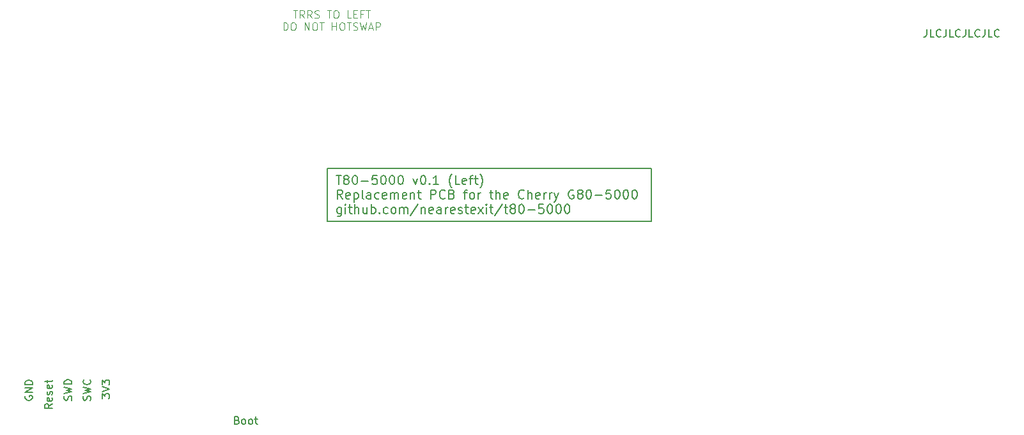
<source format=gbr>
%TF.GenerationSoftware,KiCad,Pcbnew,8.0.2*%
%TF.CreationDate,2024-11-08T18:32:23-08:00*%
%TF.ProjectId,gh80-5000-left,67683830-2d35-4303-9030-2d6c6566742e,rev?*%
%TF.SameCoordinates,Original*%
%TF.FileFunction,Legend,Top*%
%TF.FilePolarity,Positive*%
%FSLAX46Y46*%
G04 Gerber Fmt 4.6, Leading zero omitted, Abs format (unit mm)*
G04 Created by KiCad (PCBNEW 8.0.2) date 2024-11-08 18:32:23*
%MOMM*%
%LPD*%
G01*
G04 APERTURE LIST*
G04 Aperture macros list*
%AMHorizOval*
0 Thick line with rounded ends*
0 $1 width*
0 $2 $3 position (X,Y) of the first rounded end (center of the circle)*
0 $4 $5 position (X,Y) of the second rounded end (center of the circle)*
0 Add line between two ends*
20,1,$1,$2,$3,$4,$5,0*
0 Add two circle primitives to create the rounded ends*
1,1,$1,$2,$3*
1,1,$1,$4,$5*%
G04 Aperture macros list end*
%ADD10C,0.150000*%
%ADD11C,0.125000*%
%ADD12C,0.200000*%
%ADD13C,2.900000*%
%ADD14C,1.600000*%
%ADD15C,3.048000*%
%ADD16C,3.987800*%
%ADD17C,1.750000*%
%ADD18C,0.650000*%
%ADD19HorizOval,1.000000X-0.506278X-0.214902X0.506278X0.214902X0*%
%ADD20HorizOval,1.000000X-0.276151X-0.117219X0.276151X0.117219X0*%
%ADD21O,1.600000X1.600000*%
%ADD22R,1.700000X1.700000*%
%ADD23O,1.700000X1.700000*%
%ADD24C,1.200000*%
%ADD25O,2.100000X1.100000*%
G04 APERTURE END LIST*
D10*
X216422493Y-61469819D02*
X216422493Y-62184104D01*
X216422493Y-62184104D02*
X216374874Y-62326961D01*
X216374874Y-62326961D02*
X216279636Y-62422200D01*
X216279636Y-62422200D02*
X216136779Y-62469819D01*
X216136779Y-62469819D02*
X216041541Y-62469819D01*
X217374874Y-62469819D02*
X216898684Y-62469819D01*
X216898684Y-62469819D02*
X216898684Y-61469819D01*
X218279636Y-62374580D02*
X218232017Y-62422200D01*
X218232017Y-62422200D02*
X218089160Y-62469819D01*
X218089160Y-62469819D02*
X217993922Y-62469819D01*
X217993922Y-62469819D02*
X217851065Y-62422200D01*
X217851065Y-62422200D02*
X217755827Y-62326961D01*
X217755827Y-62326961D02*
X217708208Y-62231723D01*
X217708208Y-62231723D02*
X217660589Y-62041247D01*
X217660589Y-62041247D02*
X217660589Y-61898390D01*
X217660589Y-61898390D02*
X217708208Y-61707914D01*
X217708208Y-61707914D02*
X217755827Y-61612676D01*
X217755827Y-61612676D02*
X217851065Y-61517438D01*
X217851065Y-61517438D02*
X217993922Y-61469819D01*
X217993922Y-61469819D02*
X218089160Y-61469819D01*
X218089160Y-61469819D02*
X218232017Y-61517438D01*
X218232017Y-61517438D02*
X218279636Y-61565057D01*
X218993922Y-61469819D02*
X218993922Y-62184104D01*
X218993922Y-62184104D02*
X218946303Y-62326961D01*
X218946303Y-62326961D02*
X218851065Y-62422200D01*
X218851065Y-62422200D02*
X218708208Y-62469819D01*
X218708208Y-62469819D02*
X218612970Y-62469819D01*
X219946303Y-62469819D02*
X219470113Y-62469819D01*
X219470113Y-62469819D02*
X219470113Y-61469819D01*
X220851065Y-62374580D02*
X220803446Y-62422200D01*
X220803446Y-62422200D02*
X220660589Y-62469819D01*
X220660589Y-62469819D02*
X220565351Y-62469819D01*
X220565351Y-62469819D02*
X220422494Y-62422200D01*
X220422494Y-62422200D02*
X220327256Y-62326961D01*
X220327256Y-62326961D02*
X220279637Y-62231723D01*
X220279637Y-62231723D02*
X220232018Y-62041247D01*
X220232018Y-62041247D02*
X220232018Y-61898390D01*
X220232018Y-61898390D02*
X220279637Y-61707914D01*
X220279637Y-61707914D02*
X220327256Y-61612676D01*
X220327256Y-61612676D02*
X220422494Y-61517438D01*
X220422494Y-61517438D02*
X220565351Y-61469819D01*
X220565351Y-61469819D02*
X220660589Y-61469819D01*
X220660589Y-61469819D02*
X220803446Y-61517438D01*
X220803446Y-61517438D02*
X220851065Y-61565057D01*
X221565351Y-61469819D02*
X221565351Y-62184104D01*
X221565351Y-62184104D02*
X221517732Y-62326961D01*
X221517732Y-62326961D02*
X221422494Y-62422200D01*
X221422494Y-62422200D02*
X221279637Y-62469819D01*
X221279637Y-62469819D02*
X221184399Y-62469819D01*
X222517732Y-62469819D02*
X222041542Y-62469819D01*
X222041542Y-62469819D02*
X222041542Y-61469819D01*
X223422494Y-62374580D02*
X223374875Y-62422200D01*
X223374875Y-62422200D02*
X223232018Y-62469819D01*
X223232018Y-62469819D02*
X223136780Y-62469819D01*
X223136780Y-62469819D02*
X222993923Y-62422200D01*
X222993923Y-62422200D02*
X222898685Y-62326961D01*
X222898685Y-62326961D02*
X222851066Y-62231723D01*
X222851066Y-62231723D02*
X222803447Y-62041247D01*
X222803447Y-62041247D02*
X222803447Y-61898390D01*
X222803447Y-61898390D02*
X222851066Y-61707914D01*
X222851066Y-61707914D02*
X222898685Y-61612676D01*
X222898685Y-61612676D02*
X222993923Y-61517438D01*
X222993923Y-61517438D02*
X223136780Y-61469819D01*
X223136780Y-61469819D02*
X223232018Y-61469819D01*
X223232018Y-61469819D02*
X223374875Y-61517438D01*
X223374875Y-61517438D02*
X223422494Y-61565057D01*
X224136780Y-61469819D02*
X224136780Y-62184104D01*
X224136780Y-62184104D02*
X224089161Y-62326961D01*
X224089161Y-62326961D02*
X223993923Y-62422200D01*
X223993923Y-62422200D02*
X223851066Y-62469819D01*
X223851066Y-62469819D02*
X223755828Y-62469819D01*
X225089161Y-62469819D02*
X224612971Y-62469819D01*
X224612971Y-62469819D02*
X224612971Y-61469819D01*
X225993923Y-62374580D02*
X225946304Y-62422200D01*
X225946304Y-62422200D02*
X225803447Y-62469819D01*
X225803447Y-62469819D02*
X225708209Y-62469819D01*
X225708209Y-62469819D02*
X225565352Y-62422200D01*
X225565352Y-62422200D02*
X225470114Y-62326961D01*
X225470114Y-62326961D02*
X225422495Y-62231723D01*
X225422495Y-62231723D02*
X225374876Y-62041247D01*
X225374876Y-62041247D02*
X225374876Y-61898390D01*
X225374876Y-61898390D02*
X225422495Y-61707914D01*
X225422495Y-61707914D02*
X225470114Y-61612676D01*
X225470114Y-61612676D02*
X225565352Y-61517438D01*
X225565352Y-61517438D02*
X225708209Y-61469819D01*
X225708209Y-61469819D02*
X225803447Y-61469819D01*
X225803447Y-61469819D02*
X225946304Y-61517438D01*
X225946304Y-61517438D02*
X225993923Y-61565057D01*
X103122200Y-110710839D02*
X103169819Y-110567982D01*
X103169819Y-110567982D02*
X103169819Y-110329887D01*
X103169819Y-110329887D02*
X103122200Y-110234649D01*
X103122200Y-110234649D02*
X103074580Y-110187030D01*
X103074580Y-110187030D02*
X102979342Y-110139411D01*
X102979342Y-110139411D02*
X102884104Y-110139411D01*
X102884104Y-110139411D02*
X102788866Y-110187030D01*
X102788866Y-110187030D02*
X102741247Y-110234649D01*
X102741247Y-110234649D02*
X102693628Y-110329887D01*
X102693628Y-110329887D02*
X102646009Y-110520363D01*
X102646009Y-110520363D02*
X102598390Y-110615601D01*
X102598390Y-110615601D02*
X102550771Y-110663220D01*
X102550771Y-110663220D02*
X102455533Y-110710839D01*
X102455533Y-110710839D02*
X102360295Y-110710839D01*
X102360295Y-110710839D02*
X102265057Y-110663220D01*
X102265057Y-110663220D02*
X102217438Y-110615601D01*
X102217438Y-110615601D02*
X102169819Y-110520363D01*
X102169819Y-110520363D02*
X102169819Y-110282268D01*
X102169819Y-110282268D02*
X102217438Y-110139411D01*
X102169819Y-109806077D02*
X103169819Y-109567982D01*
X103169819Y-109567982D02*
X102455533Y-109377506D01*
X102455533Y-109377506D02*
X103169819Y-109187030D01*
X103169819Y-109187030D02*
X102169819Y-108948935D01*
X103169819Y-108567982D02*
X102169819Y-108567982D01*
X102169819Y-108567982D02*
X102169819Y-108329887D01*
X102169819Y-108329887D02*
X102217438Y-108187030D01*
X102217438Y-108187030D02*
X102312676Y-108091792D01*
X102312676Y-108091792D02*
X102407914Y-108044173D01*
X102407914Y-108044173D02*
X102598390Y-107996554D01*
X102598390Y-107996554D02*
X102741247Y-107996554D01*
X102741247Y-107996554D02*
X102931723Y-108044173D01*
X102931723Y-108044173D02*
X103026961Y-108091792D01*
X103026961Y-108091792D02*
X103122200Y-108187030D01*
X103122200Y-108187030D02*
X103169819Y-108329887D01*
X103169819Y-108329887D02*
X103169819Y-108567982D01*
X100569819Y-111191792D02*
X100093628Y-111525125D01*
X100569819Y-111763220D02*
X99569819Y-111763220D01*
X99569819Y-111763220D02*
X99569819Y-111382268D01*
X99569819Y-111382268D02*
X99617438Y-111287030D01*
X99617438Y-111287030D02*
X99665057Y-111239411D01*
X99665057Y-111239411D02*
X99760295Y-111191792D01*
X99760295Y-111191792D02*
X99903152Y-111191792D01*
X99903152Y-111191792D02*
X99998390Y-111239411D01*
X99998390Y-111239411D02*
X100046009Y-111287030D01*
X100046009Y-111287030D02*
X100093628Y-111382268D01*
X100093628Y-111382268D02*
X100093628Y-111763220D01*
X100522200Y-110382268D02*
X100569819Y-110477506D01*
X100569819Y-110477506D02*
X100569819Y-110667982D01*
X100569819Y-110667982D02*
X100522200Y-110763220D01*
X100522200Y-110763220D02*
X100426961Y-110810839D01*
X100426961Y-110810839D02*
X100046009Y-110810839D01*
X100046009Y-110810839D02*
X99950771Y-110763220D01*
X99950771Y-110763220D02*
X99903152Y-110667982D01*
X99903152Y-110667982D02*
X99903152Y-110477506D01*
X99903152Y-110477506D02*
X99950771Y-110382268D01*
X99950771Y-110382268D02*
X100046009Y-110334649D01*
X100046009Y-110334649D02*
X100141247Y-110334649D01*
X100141247Y-110334649D02*
X100236485Y-110810839D01*
X100522200Y-109953696D02*
X100569819Y-109858458D01*
X100569819Y-109858458D02*
X100569819Y-109667982D01*
X100569819Y-109667982D02*
X100522200Y-109572744D01*
X100522200Y-109572744D02*
X100426961Y-109525125D01*
X100426961Y-109525125D02*
X100379342Y-109525125D01*
X100379342Y-109525125D02*
X100284104Y-109572744D01*
X100284104Y-109572744D02*
X100236485Y-109667982D01*
X100236485Y-109667982D02*
X100236485Y-109810839D01*
X100236485Y-109810839D02*
X100188866Y-109906077D01*
X100188866Y-109906077D02*
X100093628Y-109953696D01*
X100093628Y-109953696D02*
X100046009Y-109953696D01*
X100046009Y-109953696D02*
X99950771Y-109906077D01*
X99950771Y-109906077D02*
X99903152Y-109810839D01*
X99903152Y-109810839D02*
X99903152Y-109667982D01*
X99903152Y-109667982D02*
X99950771Y-109572744D01*
X100522200Y-108715601D02*
X100569819Y-108810839D01*
X100569819Y-108810839D02*
X100569819Y-109001315D01*
X100569819Y-109001315D02*
X100522200Y-109096553D01*
X100522200Y-109096553D02*
X100426961Y-109144172D01*
X100426961Y-109144172D02*
X100046009Y-109144172D01*
X100046009Y-109144172D02*
X99950771Y-109096553D01*
X99950771Y-109096553D02*
X99903152Y-109001315D01*
X99903152Y-109001315D02*
X99903152Y-108810839D01*
X99903152Y-108810839D02*
X99950771Y-108715601D01*
X99950771Y-108715601D02*
X100046009Y-108667982D01*
X100046009Y-108667982D02*
X100141247Y-108667982D01*
X100141247Y-108667982D02*
X100236485Y-109144172D01*
X99903152Y-108382267D02*
X99903152Y-108001315D01*
X99569819Y-108239410D02*
X100426961Y-108239410D01*
X100426961Y-108239410D02*
X100522200Y-108191791D01*
X100522200Y-108191791D02*
X100569819Y-108096553D01*
X100569819Y-108096553D02*
X100569819Y-108001315D01*
D11*
X132504761Y-58961175D02*
X133076189Y-58961175D01*
X132790475Y-59961175D02*
X132790475Y-58961175D01*
X133980951Y-59961175D02*
X133647618Y-59484984D01*
X133409523Y-59961175D02*
X133409523Y-58961175D01*
X133409523Y-58961175D02*
X133790475Y-58961175D01*
X133790475Y-58961175D02*
X133885713Y-59008794D01*
X133885713Y-59008794D02*
X133933332Y-59056413D01*
X133933332Y-59056413D02*
X133980951Y-59151651D01*
X133980951Y-59151651D02*
X133980951Y-59294508D01*
X133980951Y-59294508D02*
X133933332Y-59389746D01*
X133933332Y-59389746D02*
X133885713Y-59437365D01*
X133885713Y-59437365D02*
X133790475Y-59484984D01*
X133790475Y-59484984D02*
X133409523Y-59484984D01*
X134980951Y-59961175D02*
X134647618Y-59484984D01*
X134409523Y-59961175D02*
X134409523Y-58961175D01*
X134409523Y-58961175D02*
X134790475Y-58961175D01*
X134790475Y-58961175D02*
X134885713Y-59008794D01*
X134885713Y-59008794D02*
X134933332Y-59056413D01*
X134933332Y-59056413D02*
X134980951Y-59151651D01*
X134980951Y-59151651D02*
X134980951Y-59294508D01*
X134980951Y-59294508D02*
X134933332Y-59389746D01*
X134933332Y-59389746D02*
X134885713Y-59437365D01*
X134885713Y-59437365D02*
X134790475Y-59484984D01*
X134790475Y-59484984D02*
X134409523Y-59484984D01*
X135361904Y-59913556D02*
X135504761Y-59961175D01*
X135504761Y-59961175D02*
X135742856Y-59961175D01*
X135742856Y-59961175D02*
X135838094Y-59913556D01*
X135838094Y-59913556D02*
X135885713Y-59865936D01*
X135885713Y-59865936D02*
X135933332Y-59770698D01*
X135933332Y-59770698D02*
X135933332Y-59675460D01*
X135933332Y-59675460D02*
X135885713Y-59580222D01*
X135885713Y-59580222D02*
X135838094Y-59532603D01*
X135838094Y-59532603D02*
X135742856Y-59484984D01*
X135742856Y-59484984D02*
X135552380Y-59437365D01*
X135552380Y-59437365D02*
X135457142Y-59389746D01*
X135457142Y-59389746D02*
X135409523Y-59342127D01*
X135409523Y-59342127D02*
X135361904Y-59246889D01*
X135361904Y-59246889D02*
X135361904Y-59151651D01*
X135361904Y-59151651D02*
X135409523Y-59056413D01*
X135409523Y-59056413D02*
X135457142Y-59008794D01*
X135457142Y-59008794D02*
X135552380Y-58961175D01*
X135552380Y-58961175D02*
X135790475Y-58961175D01*
X135790475Y-58961175D02*
X135933332Y-59008794D01*
X136980952Y-58961175D02*
X137552380Y-58961175D01*
X137266666Y-59961175D02*
X137266666Y-58961175D01*
X138076190Y-58961175D02*
X138266666Y-58961175D01*
X138266666Y-58961175D02*
X138361904Y-59008794D01*
X138361904Y-59008794D02*
X138457142Y-59104032D01*
X138457142Y-59104032D02*
X138504761Y-59294508D01*
X138504761Y-59294508D02*
X138504761Y-59627841D01*
X138504761Y-59627841D02*
X138457142Y-59818317D01*
X138457142Y-59818317D02*
X138361904Y-59913556D01*
X138361904Y-59913556D02*
X138266666Y-59961175D01*
X138266666Y-59961175D02*
X138076190Y-59961175D01*
X138076190Y-59961175D02*
X137980952Y-59913556D01*
X137980952Y-59913556D02*
X137885714Y-59818317D01*
X137885714Y-59818317D02*
X137838095Y-59627841D01*
X137838095Y-59627841D02*
X137838095Y-59294508D01*
X137838095Y-59294508D02*
X137885714Y-59104032D01*
X137885714Y-59104032D02*
X137980952Y-59008794D01*
X137980952Y-59008794D02*
X138076190Y-58961175D01*
X140171428Y-59961175D02*
X139695238Y-59961175D01*
X139695238Y-59961175D02*
X139695238Y-58961175D01*
X140504762Y-59437365D02*
X140838095Y-59437365D01*
X140980952Y-59961175D02*
X140504762Y-59961175D01*
X140504762Y-59961175D02*
X140504762Y-58961175D01*
X140504762Y-58961175D02*
X140980952Y-58961175D01*
X141742857Y-59437365D02*
X141409524Y-59437365D01*
X141409524Y-59961175D02*
X141409524Y-58961175D01*
X141409524Y-58961175D02*
X141885714Y-58961175D01*
X142123810Y-58961175D02*
X142695238Y-58961175D01*
X142409524Y-59961175D02*
X142409524Y-58961175D01*
X131219047Y-61571119D02*
X131219047Y-60571119D01*
X131219047Y-60571119D02*
X131457142Y-60571119D01*
X131457142Y-60571119D02*
X131599999Y-60618738D01*
X131599999Y-60618738D02*
X131695237Y-60713976D01*
X131695237Y-60713976D02*
X131742856Y-60809214D01*
X131742856Y-60809214D02*
X131790475Y-60999690D01*
X131790475Y-60999690D02*
X131790475Y-61142547D01*
X131790475Y-61142547D02*
X131742856Y-61333023D01*
X131742856Y-61333023D02*
X131695237Y-61428261D01*
X131695237Y-61428261D02*
X131599999Y-61523500D01*
X131599999Y-61523500D02*
X131457142Y-61571119D01*
X131457142Y-61571119D02*
X131219047Y-61571119D01*
X132409523Y-60571119D02*
X132599999Y-60571119D01*
X132599999Y-60571119D02*
X132695237Y-60618738D01*
X132695237Y-60618738D02*
X132790475Y-60713976D01*
X132790475Y-60713976D02*
X132838094Y-60904452D01*
X132838094Y-60904452D02*
X132838094Y-61237785D01*
X132838094Y-61237785D02*
X132790475Y-61428261D01*
X132790475Y-61428261D02*
X132695237Y-61523500D01*
X132695237Y-61523500D02*
X132599999Y-61571119D01*
X132599999Y-61571119D02*
X132409523Y-61571119D01*
X132409523Y-61571119D02*
X132314285Y-61523500D01*
X132314285Y-61523500D02*
X132219047Y-61428261D01*
X132219047Y-61428261D02*
X132171428Y-61237785D01*
X132171428Y-61237785D02*
X132171428Y-60904452D01*
X132171428Y-60904452D02*
X132219047Y-60713976D01*
X132219047Y-60713976D02*
X132314285Y-60618738D01*
X132314285Y-60618738D02*
X132409523Y-60571119D01*
X134028571Y-61571119D02*
X134028571Y-60571119D01*
X134028571Y-60571119D02*
X134599999Y-61571119D01*
X134599999Y-61571119D02*
X134599999Y-60571119D01*
X135266666Y-60571119D02*
X135457142Y-60571119D01*
X135457142Y-60571119D02*
X135552380Y-60618738D01*
X135552380Y-60618738D02*
X135647618Y-60713976D01*
X135647618Y-60713976D02*
X135695237Y-60904452D01*
X135695237Y-60904452D02*
X135695237Y-61237785D01*
X135695237Y-61237785D02*
X135647618Y-61428261D01*
X135647618Y-61428261D02*
X135552380Y-61523500D01*
X135552380Y-61523500D02*
X135457142Y-61571119D01*
X135457142Y-61571119D02*
X135266666Y-61571119D01*
X135266666Y-61571119D02*
X135171428Y-61523500D01*
X135171428Y-61523500D02*
X135076190Y-61428261D01*
X135076190Y-61428261D02*
X135028571Y-61237785D01*
X135028571Y-61237785D02*
X135028571Y-60904452D01*
X135028571Y-60904452D02*
X135076190Y-60713976D01*
X135076190Y-60713976D02*
X135171428Y-60618738D01*
X135171428Y-60618738D02*
X135266666Y-60571119D01*
X135980952Y-60571119D02*
X136552380Y-60571119D01*
X136266666Y-61571119D02*
X136266666Y-60571119D01*
X137647619Y-61571119D02*
X137647619Y-60571119D01*
X137647619Y-61047309D02*
X138219047Y-61047309D01*
X138219047Y-61571119D02*
X138219047Y-60571119D01*
X138885714Y-60571119D02*
X139076190Y-60571119D01*
X139076190Y-60571119D02*
X139171428Y-60618738D01*
X139171428Y-60618738D02*
X139266666Y-60713976D01*
X139266666Y-60713976D02*
X139314285Y-60904452D01*
X139314285Y-60904452D02*
X139314285Y-61237785D01*
X139314285Y-61237785D02*
X139266666Y-61428261D01*
X139266666Y-61428261D02*
X139171428Y-61523500D01*
X139171428Y-61523500D02*
X139076190Y-61571119D01*
X139076190Y-61571119D02*
X138885714Y-61571119D01*
X138885714Y-61571119D02*
X138790476Y-61523500D01*
X138790476Y-61523500D02*
X138695238Y-61428261D01*
X138695238Y-61428261D02*
X138647619Y-61237785D01*
X138647619Y-61237785D02*
X138647619Y-60904452D01*
X138647619Y-60904452D02*
X138695238Y-60713976D01*
X138695238Y-60713976D02*
X138790476Y-60618738D01*
X138790476Y-60618738D02*
X138885714Y-60571119D01*
X139600000Y-60571119D02*
X140171428Y-60571119D01*
X139885714Y-61571119D02*
X139885714Y-60571119D01*
X140457143Y-61523500D02*
X140600000Y-61571119D01*
X140600000Y-61571119D02*
X140838095Y-61571119D01*
X140838095Y-61571119D02*
X140933333Y-61523500D01*
X140933333Y-61523500D02*
X140980952Y-61475880D01*
X140980952Y-61475880D02*
X141028571Y-61380642D01*
X141028571Y-61380642D02*
X141028571Y-61285404D01*
X141028571Y-61285404D02*
X140980952Y-61190166D01*
X140980952Y-61190166D02*
X140933333Y-61142547D01*
X140933333Y-61142547D02*
X140838095Y-61094928D01*
X140838095Y-61094928D02*
X140647619Y-61047309D01*
X140647619Y-61047309D02*
X140552381Y-60999690D01*
X140552381Y-60999690D02*
X140504762Y-60952071D01*
X140504762Y-60952071D02*
X140457143Y-60856833D01*
X140457143Y-60856833D02*
X140457143Y-60761595D01*
X140457143Y-60761595D02*
X140504762Y-60666357D01*
X140504762Y-60666357D02*
X140552381Y-60618738D01*
X140552381Y-60618738D02*
X140647619Y-60571119D01*
X140647619Y-60571119D02*
X140885714Y-60571119D01*
X140885714Y-60571119D02*
X141028571Y-60618738D01*
X141361905Y-60571119D02*
X141600000Y-61571119D01*
X141600000Y-61571119D02*
X141790476Y-60856833D01*
X141790476Y-60856833D02*
X141980952Y-61571119D01*
X141980952Y-61571119D02*
X142219048Y-60571119D01*
X142552381Y-61285404D02*
X143028571Y-61285404D01*
X142457143Y-61571119D02*
X142790476Y-60571119D01*
X142790476Y-60571119D02*
X143123809Y-61571119D01*
X143457143Y-61571119D02*
X143457143Y-60571119D01*
X143457143Y-60571119D02*
X143838095Y-60571119D01*
X143838095Y-60571119D02*
X143933333Y-60618738D01*
X143933333Y-60618738D02*
X143980952Y-60666357D01*
X143980952Y-60666357D02*
X144028571Y-60761595D01*
X144028571Y-60761595D02*
X144028571Y-60904452D01*
X144028571Y-60904452D02*
X143980952Y-60999690D01*
X143980952Y-60999690D02*
X143933333Y-61047309D01*
X143933333Y-61047309D02*
X143838095Y-61094928D01*
X143838095Y-61094928D02*
X143457143Y-61094928D01*
D10*
X105622200Y-110710839D02*
X105669819Y-110567982D01*
X105669819Y-110567982D02*
X105669819Y-110329887D01*
X105669819Y-110329887D02*
X105622200Y-110234649D01*
X105622200Y-110234649D02*
X105574580Y-110187030D01*
X105574580Y-110187030D02*
X105479342Y-110139411D01*
X105479342Y-110139411D02*
X105384104Y-110139411D01*
X105384104Y-110139411D02*
X105288866Y-110187030D01*
X105288866Y-110187030D02*
X105241247Y-110234649D01*
X105241247Y-110234649D02*
X105193628Y-110329887D01*
X105193628Y-110329887D02*
X105146009Y-110520363D01*
X105146009Y-110520363D02*
X105098390Y-110615601D01*
X105098390Y-110615601D02*
X105050771Y-110663220D01*
X105050771Y-110663220D02*
X104955533Y-110710839D01*
X104955533Y-110710839D02*
X104860295Y-110710839D01*
X104860295Y-110710839D02*
X104765057Y-110663220D01*
X104765057Y-110663220D02*
X104717438Y-110615601D01*
X104717438Y-110615601D02*
X104669819Y-110520363D01*
X104669819Y-110520363D02*
X104669819Y-110282268D01*
X104669819Y-110282268D02*
X104717438Y-110139411D01*
X104669819Y-109806077D02*
X105669819Y-109567982D01*
X105669819Y-109567982D02*
X104955533Y-109377506D01*
X104955533Y-109377506D02*
X105669819Y-109187030D01*
X105669819Y-109187030D02*
X104669819Y-108948935D01*
X105574580Y-107996554D02*
X105622200Y-108044173D01*
X105622200Y-108044173D02*
X105669819Y-108187030D01*
X105669819Y-108187030D02*
X105669819Y-108282268D01*
X105669819Y-108282268D02*
X105622200Y-108425125D01*
X105622200Y-108425125D02*
X105526961Y-108520363D01*
X105526961Y-108520363D02*
X105431723Y-108567982D01*
X105431723Y-108567982D02*
X105241247Y-108615601D01*
X105241247Y-108615601D02*
X105098390Y-108615601D01*
X105098390Y-108615601D02*
X104907914Y-108567982D01*
X104907914Y-108567982D02*
X104812676Y-108520363D01*
X104812676Y-108520363D02*
X104717438Y-108425125D01*
X104717438Y-108425125D02*
X104669819Y-108282268D01*
X104669819Y-108282268D02*
X104669819Y-108187030D01*
X104669819Y-108187030D02*
X104717438Y-108044173D01*
X104717438Y-108044173D02*
X104765057Y-107996554D01*
X125070112Y-113346009D02*
X125212969Y-113393628D01*
X125212969Y-113393628D02*
X125260588Y-113441247D01*
X125260588Y-113441247D02*
X125308207Y-113536485D01*
X125308207Y-113536485D02*
X125308207Y-113679342D01*
X125308207Y-113679342D02*
X125260588Y-113774580D01*
X125260588Y-113774580D02*
X125212969Y-113822200D01*
X125212969Y-113822200D02*
X125117731Y-113869819D01*
X125117731Y-113869819D02*
X124736779Y-113869819D01*
X124736779Y-113869819D02*
X124736779Y-112869819D01*
X124736779Y-112869819D02*
X125070112Y-112869819D01*
X125070112Y-112869819D02*
X125165350Y-112917438D01*
X125165350Y-112917438D02*
X125212969Y-112965057D01*
X125212969Y-112965057D02*
X125260588Y-113060295D01*
X125260588Y-113060295D02*
X125260588Y-113155533D01*
X125260588Y-113155533D02*
X125212969Y-113250771D01*
X125212969Y-113250771D02*
X125165350Y-113298390D01*
X125165350Y-113298390D02*
X125070112Y-113346009D01*
X125070112Y-113346009D02*
X124736779Y-113346009D01*
X125879636Y-113869819D02*
X125784398Y-113822200D01*
X125784398Y-113822200D02*
X125736779Y-113774580D01*
X125736779Y-113774580D02*
X125689160Y-113679342D01*
X125689160Y-113679342D02*
X125689160Y-113393628D01*
X125689160Y-113393628D02*
X125736779Y-113298390D01*
X125736779Y-113298390D02*
X125784398Y-113250771D01*
X125784398Y-113250771D02*
X125879636Y-113203152D01*
X125879636Y-113203152D02*
X126022493Y-113203152D01*
X126022493Y-113203152D02*
X126117731Y-113250771D01*
X126117731Y-113250771D02*
X126165350Y-113298390D01*
X126165350Y-113298390D02*
X126212969Y-113393628D01*
X126212969Y-113393628D02*
X126212969Y-113679342D01*
X126212969Y-113679342D02*
X126165350Y-113774580D01*
X126165350Y-113774580D02*
X126117731Y-113822200D01*
X126117731Y-113822200D02*
X126022493Y-113869819D01*
X126022493Y-113869819D02*
X125879636Y-113869819D01*
X126784398Y-113869819D02*
X126689160Y-113822200D01*
X126689160Y-113822200D02*
X126641541Y-113774580D01*
X126641541Y-113774580D02*
X126593922Y-113679342D01*
X126593922Y-113679342D02*
X126593922Y-113393628D01*
X126593922Y-113393628D02*
X126641541Y-113298390D01*
X126641541Y-113298390D02*
X126689160Y-113250771D01*
X126689160Y-113250771D02*
X126784398Y-113203152D01*
X126784398Y-113203152D02*
X126927255Y-113203152D01*
X126927255Y-113203152D02*
X127022493Y-113250771D01*
X127022493Y-113250771D02*
X127070112Y-113298390D01*
X127070112Y-113298390D02*
X127117731Y-113393628D01*
X127117731Y-113393628D02*
X127117731Y-113679342D01*
X127117731Y-113679342D02*
X127070112Y-113774580D01*
X127070112Y-113774580D02*
X127022493Y-113822200D01*
X127022493Y-113822200D02*
X126927255Y-113869819D01*
X126927255Y-113869819D02*
X126784398Y-113869819D01*
X127403446Y-113203152D02*
X127784398Y-113203152D01*
X127546303Y-112869819D02*
X127546303Y-113726961D01*
X127546303Y-113726961D02*
X127593922Y-113822200D01*
X127593922Y-113822200D02*
X127689160Y-113869819D01*
X127689160Y-113869819D02*
X127784398Y-113869819D01*
X107169819Y-110458458D02*
X107169819Y-109839411D01*
X107169819Y-109839411D02*
X107550771Y-110172744D01*
X107550771Y-110172744D02*
X107550771Y-110029887D01*
X107550771Y-110029887D02*
X107598390Y-109934649D01*
X107598390Y-109934649D02*
X107646009Y-109887030D01*
X107646009Y-109887030D02*
X107741247Y-109839411D01*
X107741247Y-109839411D02*
X107979342Y-109839411D01*
X107979342Y-109839411D02*
X108074580Y-109887030D01*
X108074580Y-109887030D02*
X108122200Y-109934649D01*
X108122200Y-109934649D02*
X108169819Y-110029887D01*
X108169819Y-110029887D02*
X108169819Y-110315601D01*
X108169819Y-110315601D02*
X108122200Y-110410839D01*
X108122200Y-110410839D02*
X108074580Y-110458458D01*
X107169819Y-109553696D02*
X108169819Y-109220363D01*
X108169819Y-109220363D02*
X107169819Y-108887030D01*
X107169819Y-108648934D02*
X107169819Y-108029887D01*
X107169819Y-108029887D02*
X107550771Y-108363220D01*
X107550771Y-108363220D02*
X107550771Y-108220363D01*
X107550771Y-108220363D02*
X107598390Y-108125125D01*
X107598390Y-108125125D02*
X107646009Y-108077506D01*
X107646009Y-108077506D02*
X107741247Y-108029887D01*
X107741247Y-108029887D02*
X107979342Y-108029887D01*
X107979342Y-108029887D02*
X108074580Y-108077506D01*
X108074580Y-108077506D02*
X108122200Y-108125125D01*
X108122200Y-108125125D02*
X108169819Y-108220363D01*
X108169819Y-108220363D02*
X108169819Y-108506077D01*
X108169819Y-108506077D02*
X108122200Y-108601315D01*
X108122200Y-108601315D02*
X108074580Y-108648934D01*
X97017438Y-110139411D02*
X96969819Y-110234649D01*
X96969819Y-110234649D02*
X96969819Y-110377506D01*
X96969819Y-110377506D02*
X97017438Y-110520363D01*
X97017438Y-110520363D02*
X97112676Y-110615601D01*
X97112676Y-110615601D02*
X97207914Y-110663220D01*
X97207914Y-110663220D02*
X97398390Y-110710839D01*
X97398390Y-110710839D02*
X97541247Y-110710839D01*
X97541247Y-110710839D02*
X97731723Y-110663220D01*
X97731723Y-110663220D02*
X97826961Y-110615601D01*
X97826961Y-110615601D02*
X97922200Y-110520363D01*
X97922200Y-110520363D02*
X97969819Y-110377506D01*
X97969819Y-110377506D02*
X97969819Y-110282268D01*
X97969819Y-110282268D02*
X97922200Y-110139411D01*
X97922200Y-110139411D02*
X97874580Y-110091792D01*
X97874580Y-110091792D02*
X97541247Y-110091792D01*
X97541247Y-110091792D02*
X97541247Y-110282268D01*
X97969819Y-109663220D02*
X96969819Y-109663220D01*
X96969819Y-109663220D02*
X97969819Y-109091792D01*
X97969819Y-109091792D02*
X96969819Y-109091792D01*
X97969819Y-108615601D02*
X96969819Y-108615601D01*
X96969819Y-108615601D02*
X96969819Y-108377506D01*
X96969819Y-108377506D02*
X97017438Y-108234649D01*
X97017438Y-108234649D02*
X97112676Y-108139411D01*
X97112676Y-108139411D02*
X97207914Y-108091792D01*
X97207914Y-108091792D02*
X97398390Y-108044173D01*
X97398390Y-108044173D02*
X97541247Y-108044173D01*
X97541247Y-108044173D02*
X97731723Y-108091792D01*
X97731723Y-108091792D02*
X97826961Y-108139411D01*
X97826961Y-108139411D02*
X97922200Y-108234649D01*
X97922200Y-108234649D02*
X97969819Y-108377506D01*
X97969819Y-108377506D02*
X97969819Y-108615601D01*
X138162969Y-80849342D02*
X138848684Y-80849342D01*
X138505826Y-82049342D02*
X138505826Y-80849342D01*
X139420112Y-81363628D02*
X139305827Y-81306485D01*
X139305827Y-81306485D02*
X139248684Y-81249342D01*
X139248684Y-81249342D02*
X139191541Y-81135057D01*
X139191541Y-81135057D02*
X139191541Y-81077914D01*
X139191541Y-81077914D02*
X139248684Y-80963628D01*
X139248684Y-80963628D02*
X139305827Y-80906485D01*
X139305827Y-80906485D02*
X139420112Y-80849342D01*
X139420112Y-80849342D02*
X139648684Y-80849342D01*
X139648684Y-80849342D02*
X139762970Y-80906485D01*
X139762970Y-80906485D02*
X139820112Y-80963628D01*
X139820112Y-80963628D02*
X139877255Y-81077914D01*
X139877255Y-81077914D02*
X139877255Y-81135057D01*
X139877255Y-81135057D02*
X139820112Y-81249342D01*
X139820112Y-81249342D02*
X139762970Y-81306485D01*
X139762970Y-81306485D02*
X139648684Y-81363628D01*
X139648684Y-81363628D02*
X139420112Y-81363628D01*
X139420112Y-81363628D02*
X139305827Y-81420771D01*
X139305827Y-81420771D02*
X139248684Y-81477914D01*
X139248684Y-81477914D02*
X139191541Y-81592200D01*
X139191541Y-81592200D02*
X139191541Y-81820771D01*
X139191541Y-81820771D02*
X139248684Y-81935057D01*
X139248684Y-81935057D02*
X139305827Y-81992200D01*
X139305827Y-81992200D02*
X139420112Y-82049342D01*
X139420112Y-82049342D02*
X139648684Y-82049342D01*
X139648684Y-82049342D02*
X139762970Y-81992200D01*
X139762970Y-81992200D02*
X139820112Y-81935057D01*
X139820112Y-81935057D02*
X139877255Y-81820771D01*
X139877255Y-81820771D02*
X139877255Y-81592200D01*
X139877255Y-81592200D02*
X139820112Y-81477914D01*
X139820112Y-81477914D02*
X139762970Y-81420771D01*
X139762970Y-81420771D02*
X139648684Y-81363628D01*
X140620112Y-80849342D02*
X140734398Y-80849342D01*
X140734398Y-80849342D02*
X140848684Y-80906485D01*
X140848684Y-80906485D02*
X140905827Y-80963628D01*
X140905827Y-80963628D02*
X140962969Y-81077914D01*
X140962969Y-81077914D02*
X141020112Y-81306485D01*
X141020112Y-81306485D02*
X141020112Y-81592200D01*
X141020112Y-81592200D02*
X140962969Y-81820771D01*
X140962969Y-81820771D02*
X140905827Y-81935057D01*
X140905827Y-81935057D02*
X140848684Y-81992200D01*
X140848684Y-81992200D02*
X140734398Y-82049342D01*
X140734398Y-82049342D02*
X140620112Y-82049342D01*
X140620112Y-82049342D02*
X140505827Y-81992200D01*
X140505827Y-81992200D02*
X140448684Y-81935057D01*
X140448684Y-81935057D02*
X140391541Y-81820771D01*
X140391541Y-81820771D02*
X140334398Y-81592200D01*
X140334398Y-81592200D02*
X140334398Y-81306485D01*
X140334398Y-81306485D02*
X140391541Y-81077914D01*
X140391541Y-81077914D02*
X140448684Y-80963628D01*
X140448684Y-80963628D02*
X140505827Y-80906485D01*
X140505827Y-80906485D02*
X140620112Y-80849342D01*
X141534398Y-81592200D02*
X142448684Y-81592200D01*
X143591540Y-80849342D02*
X143020112Y-80849342D01*
X143020112Y-80849342D02*
X142962969Y-81420771D01*
X142962969Y-81420771D02*
X143020112Y-81363628D01*
X143020112Y-81363628D02*
X143134398Y-81306485D01*
X143134398Y-81306485D02*
X143420112Y-81306485D01*
X143420112Y-81306485D02*
X143534398Y-81363628D01*
X143534398Y-81363628D02*
X143591540Y-81420771D01*
X143591540Y-81420771D02*
X143648683Y-81535057D01*
X143648683Y-81535057D02*
X143648683Y-81820771D01*
X143648683Y-81820771D02*
X143591540Y-81935057D01*
X143591540Y-81935057D02*
X143534398Y-81992200D01*
X143534398Y-81992200D02*
X143420112Y-82049342D01*
X143420112Y-82049342D02*
X143134398Y-82049342D01*
X143134398Y-82049342D02*
X143020112Y-81992200D01*
X143020112Y-81992200D02*
X142962969Y-81935057D01*
X144391540Y-80849342D02*
X144505826Y-80849342D01*
X144505826Y-80849342D02*
X144620112Y-80906485D01*
X144620112Y-80906485D02*
X144677255Y-80963628D01*
X144677255Y-80963628D02*
X144734397Y-81077914D01*
X144734397Y-81077914D02*
X144791540Y-81306485D01*
X144791540Y-81306485D02*
X144791540Y-81592200D01*
X144791540Y-81592200D02*
X144734397Y-81820771D01*
X144734397Y-81820771D02*
X144677255Y-81935057D01*
X144677255Y-81935057D02*
X144620112Y-81992200D01*
X144620112Y-81992200D02*
X144505826Y-82049342D01*
X144505826Y-82049342D02*
X144391540Y-82049342D01*
X144391540Y-82049342D02*
X144277255Y-81992200D01*
X144277255Y-81992200D02*
X144220112Y-81935057D01*
X144220112Y-81935057D02*
X144162969Y-81820771D01*
X144162969Y-81820771D02*
X144105826Y-81592200D01*
X144105826Y-81592200D02*
X144105826Y-81306485D01*
X144105826Y-81306485D02*
X144162969Y-81077914D01*
X144162969Y-81077914D02*
X144220112Y-80963628D01*
X144220112Y-80963628D02*
X144277255Y-80906485D01*
X144277255Y-80906485D02*
X144391540Y-80849342D01*
X145534397Y-80849342D02*
X145648683Y-80849342D01*
X145648683Y-80849342D02*
X145762969Y-80906485D01*
X145762969Y-80906485D02*
X145820112Y-80963628D01*
X145820112Y-80963628D02*
X145877254Y-81077914D01*
X145877254Y-81077914D02*
X145934397Y-81306485D01*
X145934397Y-81306485D02*
X145934397Y-81592200D01*
X145934397Y-81592200D02*
X145877254Y-81820771D01*
X145877254Y-81820771D02*
X145820112Y-81935057D01*
X145820112Y-81935057D02*
X145762969Y-81992200D01*
X145762969Y-81992200D02*
X145648683Y-82049342D01*
X145648683Y-82049342D02*
X145534397Y-82049342D01*
X145534397Y-82049342D02*
X145420112Y-81992200D01*
X145420112Y-81992200D02*
X145362969Y-81935057D01*
X145362969Y-81935057D02*
X145305826Y-81820771D01*
X145305826Y-81820771D02*
X145248683Y-81592200D01*
X145248683Y-81592200D02*
X145248683Y-81306485D01*
X145248683Y-81306485D02*
X145305826Y-81077914D01*
X145305826Y-81077914D02*
X145362969Y-80963628D01*
X145362969Y-80963628D02*
X145420112Y-80906485D01*
X145420112Y-80906485D02*
X145534397Y-80849342D01*
X146677254Y-80849342D02*
X146791540Y-80849342D01*
X146791540Y-80849342D02*
X146905826Y-80906485D01*
X146905826Y-80906485D02*
X146962969Y-80963628D01*
X146962969Y-80963628D02*
X147020111Y-81077914D01*
X147020111Y-81077914D02*
X147077254Y-81306485D01*
X147077254Y-81306485D02*
X147077254Y-81592200D01*
X147077254Y-81592200D02*
X147020111Y-81820771D01*
X147020111Y-81820771D02*
X146962969Y-81935057D01*
X146962969Y-81935057D02*
X146905826Y-81992200D01*
X146905826Y-81992200D02*
X146791540Y-82049342D01*
X146791540Y-82049342D02*
X146677254Y-82049342D01*
X146677254Y-82049342D02*
X146562969Y-81992200D01*
X146562969Y-81992200D02*
X146505826Y-81935057D01*
X146505826Y-81935057D02*
X146448683Y-81820771D01*
X146448683Y-81820771D02*
X146391540Y-81592200D01*
X146391540Y-81592200D02*
X146391540Y-81306485D01*
X146391540Y-81306485D02*
X146448683Y-81077914D01*
X146448683Y-81077914D02*
X146505826Y-80963628D01*
X146505826Y-80963628D02*
X146562969Y-80906485D01*
X146562969Y-80906485D02*
X146677254Y-80849342D01*
X148391540Y-81249342D02*
X148677254Y-82049342D01*
X148677254Y-82049342D02*
X148962969Y-81249342D01*
X149648683Y-80849342D02*
X149762969Y-80849342D01*
X149762969Y-80849342D02*
X149877255Y-80906485D01*
X149877255Y-80906485D02*
X149934398Y-80963628D01*
X149934398Y-80963628D02*
X149991540Y-81077914D01*
X149991540Y-81077914D02*
X150048683Y-81306485D01*
X150048683Y-81306485D02*
X150048683Y-81592200D01*
X150048683Y-81592200D02*
X149991540Y-81820771D01*
X149991540Y-81820771D02*
X149934398Y-81935057D01*
X149934398Y-81935057D02*
X149877255Y-81992200D01*
X149877255Y-81992200D02*
X149762969Y-82049342D01*
X149762969Y-82049342D02*
X149648683Y-82049342D01*
X149648683Y-82049342D02*
X149534398Y-81992200D01*
X149534398Y-81992200D02*
X149477255Y-81935057D01*
X149477255Y-81935057D02*
X149420112Y-81820771D01*
X149420112Y-81820771D02*
X149362969Y-81592200D01*
X149362969Y-81592200D02*
X149362969Y-81306485D01*
X149362969Y-81306485D02*
X149420112Y-81077914D01*
X149420112Y-81077914D02*
X149477255Y-80963628D01*
X149477255Y-80963628D02*
X149534398Y-80906485D01*
X149534398Y-80906485D02*
X149648683Y-80849342D01*
X150562969Y-81935057D02*
X150620112Y-81992200D01*
X150620112Y-81992200D02*
X150562969Y-82049342D01*
X150562969Y-82049342D02*
X150505826Y-81992200D01*
X150505826Y-81992200D02*
X150562969Y-81935057D01*
X150562969Y-81935057D02*
X150562969Y-82049342D01*
X151762969Y-82049342D02*
X151077255Y-82049342D01*
X151420112Y-82049342D02*
X151420112Y-80849342D01*
X151420112Y-80849342D02*
X151305826Y-81020771D01*
X151305826Y-81020771D02*
X151191541Y-81135057D01*
X151191541Y-81135057D02*
X151077255Y-81192200D01*
X153534398Y-82506485D02*
X153477255Y-82449342D01*
X153477255Y-82449342D02*
X153362969Y-82277914D01*
X153362969Y-82277914D02*
X153305827Y-82163628D01*
X153305827Y-82163628D02*
X153248684Y-81992200D01*
X153248684Y-81992200D02*
X153191541Y-81706485D01*
X153191541Y-81706485D02*
X153191541Y-81477914D01*
X153191541Y-81477914D02*
X153248684Y-81192200D01*
X153248684Y-81192200D02*
X153305827Y-81020771D01*
X153305827Y-81020771D02*
X153362969Y-80906485D01*
X153362969Y-80906485D02*
X153477255Y-80735057D01*
X153477255Y-80735057D02*
X153534398Y-80677914D01*
X154562969Y-82049342D02*
X153991541Y-82049342D01*
X153991541Y-82049342D02*
X153991541Y-80849342D01*
X155420113Y-81992200D02*
X155305827Y-82049342D01*
X155305827Y-82049342D02*
X155077256Y-82049342D01*
X155077256Y-82049342D02*
X154962970Y-81992200D01*
X154962970Y-81992200D02*
X154905827Y-81877914D01*
X154905827Y-81877914D02*
X154905827Y-81420771D01*
X154905827Y-81420771D02*
X154962970Y-81306485D01*
X154962970Y-81306485D02*
X155077256Y-81249342D01*
X155077256Y-81249342D02*
X155305827Y-81249342D01*
X155305827Y-81249342D02*
X155420113Y-81306485D01*
X155420113Y-81306485D02*
X155477256Y-81420771D01*
X155477256Y-81420771D02*
X155477256Y-81535057D01*
X155477256Y-81535057D02*
X154905827Y-81649342D01*
X155820112Y-81249342D02*
X156277255Y-81249342D01*
X155991541Y-82049342D02*
X155991541Y-81020771D01*
X155991541Y-81020771D02*
X156048684Y-80906485D01*
X156048684Y-80906485D02*
X156162969Y-80849342D01*
X156162969Y-80849342D02*
X156277255Y-80849342D01*
X156505826Y-81249342D02*
X156962969Y-81249342D01*
X156677255Y-80849342D02*
X156677255Y-81877914D01*
X156677255Y-81877914D02*
X156734398Y-81992200D01*
X156734398Y-81992200D02*
X156848683Y-82049342D01*
X156848683Y-82049342D02*
X156962969Y-82049342D01*
X157248683Y-82506485D02*
X157305826Y-82449342D01*
X157305826Y-82449342D02*
X157420112Y-82277914D01*
X157420112Y-82277914D02*
X157477255Y-82163628D01*
X157477255Y-82163628D02*
X157534397Y-81992200D01*
X157534397Y-81992200D02*
X157591540Y-81706485D01*
X157591540Y-81706485D02*
X157591540Y-81477914D01*
X157591540Y-81477914D02*
X157534397Y-81192200D01*
X157534397Y-81192200D02*
X157477255Y-81020771D01*
X157477255Y-81020771D02*
X157420112Y-80906485D01*
X157420112Y-80906485D02*
X157305826Y-80735057D01*
X157305826Y-80735057D02*
X157248683Y-80677914D01*
X139020112Y-83981275D02*
X138620112Y-83409847D01*
X138334398Y-83981275D02*
X138334398Y-82781275D01*
X138334398Y-82781275D02*
X138791541Y-82781275D01*
X138791541Y-82781275D02*
X138905826Y-82838418D01*
X138905826Y-82838418D02*
X138962969Y-82895561D01*
X138962969Y-82895561D02*
X139020112Y-83009847D01*
X139020112Y-83009847D02*
X139020112Y-83181275D01*
X139020112Y-83181275D02*
X138962969Y-83295561D01*
X138962969Y-83295561D02*
X138905826Y-83352704D01*
X138905826Y-83352704D02*
X138791541Y-83409847D01*
X138791541Y-83409847D02*
X138334398Y-83409847D01*
X139991541Y-83924133D02*
X139877255Y-83981275D01*
X139877255Y-83981275D02*
X139648684Y-83981275D01*
X139648684Y-83981275D02*
X139534398Y-83924133D01*
X139534398Y-83924133D02*
X139477255Y-83809847D01*
X139477255Y-83809847D02*
X139477255Y-83352704D01*
X139477255Y-83352704D02*
X139534398Y-83238418D01*
X139534398Y-83238418D02*
X139648684Y-83181275D01*
X139648684Y-83181275D02*
X139877255Y-83181275D01*
X139877255Y-83181275D02*
X139991541Y-83238418D01*
X139991541Y-83238418D02*
X140048684Y-83352704D01*
X140048684Y-83352704D02*
X140048684Y-83466990D01*
X140048684Y-83466990D02*
X139477255Y-83581275D01*
X140562969Y-83181275D02*
X140562969Y-84381275D01*
X140562969Y-83238418D02*
X140677255Y-83181275D01*
X140677255Y-83181275D02*
X140905826Y-83181275D01*
X140905826Y-83181275D02*
X141020112Y-83238418D01*
X141020112Y-83238418D02*
X141077255Y-83295561D01*
X141077255Y-83295561D02*
X141134397Y-83409847D01*
X141134397Y-83409847D02*
X141134397Y-83752704D01*
X141134397Y-83752704D02*
X141077255Y-83866990D01*
X141077255Y-83866990D02*
X141020112Y-83924133D01*
X141020112Y-83924133D02*
X140905826Y-83981275D01*
X140905826Y-83981275D02*
X140677255Y-83981275D01*
X140677255Y-83981275D02*
X140562969Y-83924133D01*
X141820111Y-83981275D02*
X141705826Y-83924133D01*
X141705826Y-83924133D02*
X141648683Y-83809847D01*
X141648683Y-83809847D02*
X141648683Y-82781275D01*
X142791540Y-83981275D02*
X142791540Y-83352704D01*
X142791540Y-83352704D02*
X142734397Y-83238418D01*
X142734397Y-83238418D02*
X142620111Y-83181275D01*
X142620111Y-83181275D02*
X142391540Y-83181275D01*
X142391540Y-83181275D02*
X142277254Y-83238418D01*
X142791540Y-83924133D02*
X142677254Y-83981275D01*
X142677254Y-83981275D02*
X142391540Y-83981275D01*
X142391540Y-83981275D02*
X142277254Y-83924133D01*
X142277254Y-83924133D02*
X142220111Y-83809847D01*
X142220111Y-83809847D02*
X142220111Y-83695561D01*
X142220111Y-83695561D02*
X142277254Y-83581275D01*
X142277254Y-83581275D02*
X142391540Y-83524133D01*
X142391540Y-83524133D02*
X142677254Y-83524133D01*
X142677254Y-83524133D02*
X142791540Y-83466990D01*
X143877254Y-83924133D02*
X143762968Y-83981275D01*
X143762968Y-83981275D02*
X143534396Y-83981275D01*
X143534396Y-83981275D02*
X143420111Y-83924133D01*
X143420111Y-83924133D02*
X143362968Y-83866990D01*
X143362968Y-83866990D02*
X143305825Y-83752704D01*
X143305825Y-83752704D02*
X143305825Y-83409847D01*
X143305825Y-83409847D02*
X143362968Y-83295561D01*
X143362968Y-83295561D02*
X143420111Y-83238418D01*
X143420111Y-83238418D02*
X143534396Y-83181275D01*
X143534396Y-83181275D02*
X143762968Y-83181275D01*
X143762968Y-83181275D02*
X143877254Y-83238418D01*
X144848682Y-83924133D02*
X144734396Y-83981275D01*
X144734396Y-83981275D02*
X144505825Y-83981275D01*
X144505825Y-83981275D02*
X144391539Y-83924133D01*
X144391539Y-83924133D02*
X144334396Y-83809847D01*
X144334396Y-83809847D02*
X144334396Y-83352704D01*
X144334396Y-83352704D02*
X144391539Y-83238418D01*
X144391539Y-83238418D02*
X144505825Y-83181275D01*
X144505825Y-83181275D02*
X144734396Y-83181275D01*
X144734396Y-83181275D02*
X144848682Y-83238418D01*
X144848682Y-83238418D02*
X144905825Y-83352704D01*
X144905825Y-83352704D02*
X144905825Y-83466990D01*
X144905825Y-83466990D02*
X144334396Y-83581275D01*
X145420110Y-83981275D02*
X145420110Y-83181275D01*
X145420110Y-83295561D02*
X145477253Y-83238418D01*
X145477253Y-83238418D02*
X145591538Y-83181275D01*
X145591538Y-83181275D02*
X145762967Y-83181275D01*
X145762967Y-83181275D02*
X145877253Y-83238418D01*
X145877253Y-83238418D02*
X145934396Y-83352704D01*
X145934396Y-83352704D02*
X145934396Y-83981275D01*
X145934396Y-83352704D02*
X145991538Y-83238418D01*
X145991538Y-83238418D02*
X146105824Y-83181275D01*
X146105824Y-83181275D02*
X146277253Y-83181275D01*
X146277253Y-83181275D02*
X146391538Y-83238418D01*
X146391538Y-83238418D02*
X146448681Y-83352704D01*
X146448681Y-83352704D02*
X146448681Y-83981275D01*
X147477253Y-83924133D02*
X147362967Y-83981275D01*
X147362967Y-83981275D02*
X147134396Y-83981275D01*
X147134396Y-83981275D02*
X147020110Y-83924133D01*
X147020110Y-83924133D02*
X146962967Y-83809847D01*
X146962967Y-83809847D02*
X146962967Y-83352704D01*
X146962967Y-83352704D02*
X147020110Y-83238418D01*
X147020110Y-83238418D02*
X147134396Y-83181275D01*
X147134396Y-83181275D02*
X147362967Y-83181275D01*
X147362967Y-83181275D02*
X147477253Y-83238418D01*
X147477253Y-83238418D02*
X147534396Y-83352704D01*
X147534396Y-83352704D02*
X147534396Y-83466990D01*
X147534396Y-83466990D02*
X146962967Y-83581275D01*
X148048681Y-83181275D02*
X148048681Y-83981275D01*
X148048681Y-83295561D02*
X148105824Y-83238418D01*
X148105824Y-83238418D02*
X148220109Y-83181275D01*
X148220109Y-83181275D02*
X148391538Y-83181275D01*
X148391538Y-83181275D02*
X148505824Y-83238418D01*
X148505824Y-83238418D02*
X148562967Y-83352704D01*
X148562967Y-83352704D02*
X148562967Y-83981275D01*
X148962966Y-83181275D02*
X149420109Y-83181275D01*
X149134395Y-82781275D02*
X149134395Y-83809847D01*
X149134395Y-83809847D02*
X149191538Y-83924133D01*
X149191538Y-83924133D02*
X149305823Y-83981275D01*
X149305823Y-83981275D02*
X149420109Y-83981275D01*
X150734395Y-83981275D02*
X150734395Y-82781275D01*
X150734395Y-82781275D02*
X151191538Y-82781275D01*
X151191538Y-82781275D02*
X151305823Y-82838418D01*
X151305823Y-82838418D02*
X151362966Y-82895561D01*
X151362966Y-82895561D02*
X151420109Y-83009847D01*
X151420109Y-83009847D02*
X151420109Y-83181275D01*
X151420109Y-83181275D02*
X151362966Y-83295561D01*
X151362966Y-83295561D02*
X151305823Y-83352704D01*
X151305823Y-83352704D02*
X151191538Y-83409847D01*
X151191538Y-83409847D02*
X150734395Y-83409847D01*
X152620109Y-83866990D02*
X152562966Y-83924133D01*
X152562966Y-83924133D02*
X152391538Y-83981275D01*
X152391538Y-83981275D02*
X152277252Y-83981275D01*
X152277252Y-83981275D02*
X152105823Y-83924133D01*
X152105823Y-83924133D02*
X151991538Y-83809847D01*
X151991538Y-83809847D02*
X151934395Y-83695561D01*
X151934395Y-83695561D02*
X151877252Y-83466990D01*
X151877252Y-83466990D02*
X151877252Y-83295561D01*
X151877252Y-83295561D02*
X151934395Y-83066990D01*
X151934395Y-83066990D02*
X151991538Y-82952704D01*
X151991538Y-82952704D02*
X152105823Y-82838418D01*
X152105823Y-82838418D02*
X152277252Y-82781275D01*
X152277252Y-82781275D02*
X152391538Y-82781275D01*
X152391538Y-82781275D02*
X152562966Y-82838418D01*
X152562966Y-82838418D02*
X152620109Y-82895561D01*
X153534395Y-83352704D02*
X153705823Y-83409847D01*
X153705823Y-83409847D02*
X153762966Y-83466990D01*
X153762966Y-83466990D02*
X153820109Y-83581275D01*
X153820109Y-83581275D02*
X153820109Y-83752704D01*
X153820109Y-83752704D02*
X153762966Y-83866990D01*
X153762966Y-83866990D02*
X153705823Y-83924133D01*
X153705823Y-83924133D02*
X153591538Y-83981275D01*
X153591538Y-83981275D02*
X153134395Y-83981275D01*
X153134395Y-83981275D02*
X153134395Y-82781275D01*
X153134395Y-82781275D02*
X153534395Y-82781275D01*
X153534395Y-82781275D02*
X153648681Y-82838418D01*
X153648681Y-82838418D02*
X153705823Y-82895561D01*
X153705823Y-82895561D02*
X153762966Y-83009847D01*
X153762966Y-83009847D02*
X153762966Y-83124133D01*
X153762966Y-83124133D02*
X153705823Y-83238418D01*
X153705823Y-83238418D02*
X153648681Y-83295561D01*
X153648681Y-83295561D02*
X153534395Y-83352704D01*
X153534395Y-83352704D02*
X153134395Y-83352704D01*
X155077252Y-83181275D02*
X155534395Y-83181275D01*
X155248681Y-83981275D02*
X155248681Y-82952704D01*
X155248681Y-82952704D02*
X155305824Y-82838418D01*
X155305824Y-82838418D02*
X155420109Y-82781275D01*
X155420109Y-82781275D02*
X155534395Y-82781275D01*
X156105823Y-83981275D02*
X155991538Y-83924133D01*
X155991538Y-83924133D02*
X155934395Y-83866990D01*
X155934395Y-83866990D02*
X155877252Y-83752704D01*
X155877252Y-83752704D02*
X155877252Y-83409847D01*
X155877252Y-83409847D02*
X155934395Y-83295561D01*
X155934395Y-83295561D02*
X155991538Y-83238418D01*
X155991538Y-83238418D02*
X156105823Y-83181275D01*
X156105823Y-83181275D02*
X156277252Y-83181275D01*
X156277252Y-83181275D02*
X156391538Y-83238418D01*
X156391538Y-83238418D02*
X156448681Y-83295561D01*
X156448681Y-83295561D02*
X156505823Y-83409847D01*
X156505823Y-83409847D02*
X156505823Y-83752704D01*
X156505823Y-83752704D02*
X156448681Y-83866990D01*
X156448681Y-83866990D02*
X156391538Y-83924133D01*
X156391538Y-83924133D02*
X156277252Y-83981275D01*
X156277252Y-83981275D02*
X156105823Y-83981275D01*
X157020109Y-83981275D02*
X157020109Y-83181275D01*
X157020109Y-83409847D02*
X157077252Y-83295561D01*
X157077252Y-83295561D02*
X157134395Y-83238418D01*
X157134395Y-83238418D02*
X157248680Y-83181275D01*
X157248680Y-83181275D02*
X157362966Y-83181275D01*
X158505823Y-83181275D02*
X158962966Y-83181275D01*
X158677252Y-82781275D02*
X158677252Y-83809847D01*
X158677252Y-83809847D02*
X158734395Y-83924133D01*
X158734395Y-83924133D02*
X158848680Y-83981275D01*
X158848680Y-83981275D02*
X158962966Y-83981275D01*
X159362966Y-83981275D02*
X159362966Y-82781275D01*
X159877252Y-83981275D02*
X159877252Y-83352704D01*
X159877252Y-83352704D02*
X159820109Y-83238418D01*
X159820109Y-83238418D02*
X159705823Y-83181275D01*
X159705823Y-83181275D02*
X159534394Y-83181275D01*
X159534394Y-83181275D02*
X159420109Y-83238418D01*
X159420109Y-83238418D02*
X159362966Y-83295561D01*
X160905823Y-83924133D02*
X160791537Y-83981275D01*
X160791537Y-83981275D02*
X160562966Y-83981275D01*
X160562966Y-83981275D02*
X160448680Y-83924133D01*
X160448680Y-83924133D02*
X160391537Y-83809847D01*
X160391537Y-83809847D02*
X160391537Y-83352704D01*
X160391537Y-83352704D02*
X160448680Y-83238418D01*
X160448680Y-83238418D02*
X160562966Y-83181275D01*
X160562966Y-83181275D02*
X160791537Y-83181275D01*
X160791537Y-83181275D02*
X160905823Y-83238418D01*
X160905823Y-83238418D02*
X160962966Y-83352704D01*
X160962966Y-83352704D02*
X160962966Y-83466990D01*
X160962966Y-83466990D02*
X160391537Y-83581275D01*
X163077251Y-83866990D02*
X163020108Y-83924133D01*
X163020108Y-83924133D02*
X162848680Y-83981275D01*
X162848680Y-83981275D02*
X162734394Y-83981275D01*
X162734394Y-83981275D02*
X162562965Y-83924133D01*
X162562965Y-83924133D02*
X162448680Y-83809847D01*
X162448680Y-83809847D02*
X162391537Y-83695561D01*
X162391537Y-83695561D02*
X162334394Y-83466990D01*
X162334394Y-83466990D02*
X162334394Y-83295561D01*
X162334394Y-83295561D02*
X162391537Y-83066990D01*
X162391537Y-83066990D02*
X162448680Y-82952704D01*
X162448680Y-82952704D02*
X162562965Y-82838418D01*
X162562965Y-82838418D02*
X162734394Y-82781275D01*
X162734394Y-82781275D02*
X162848680Y-82781275D01*
X162848680Y-82781275D02*
X163020108Y-82838418D01*
X163020108Y-82838418D02*
X163077251Y-82895561D01*
X163591537Y-83981275D02*
X163591537Y-82781275D01*
X164105823Y-83981275D02*
X164105823Y-83352704D01*
X164105823Y-83352704D02*
X164048680Y-83238418D01*
X164048680Y-83238418D02*
X163934394Y-83181275D01*
X163934394Y-83181275D02*
X163762965Y-83181275D01*
X163762965Y-83181275D02*
X163648680Y-83238418D01*
X163648680Y-83238418D02*
X163591537Y-83295561D01*
X165134394Y-83924133D02*
X165020108Y-83981275D01*
X165020108Y-83981275D02*
X164791537Y-83981275D01*
X164791537Y-83981275D02*
X164677251Y-83924133D01*
X164677251Y-83924133D02*
X164620108Y-83809847D01*
X164620108Y-83809847D02*
X164620108Y-83352704D01*
X164620108Y-83352704D02*
X164677251Y-83238418D01*
X164677251Y-83238418D02*
X164791537Y-83181275D01*
X164791537Y-83181275D02*
X165020108Y-83181275D01*
X165020108Y-83181275D02*
X165134394Y-83238418D01*
X165134394Y-83238418D02*
X165191537Y-83352704D01*
X165191537Y-83352704D02*
X165191537Y-83466990D01*
X165191537Y-83466990D02*
X164620108Y-83581275D01*
X165705822Y-83981275D02*
X165705822Y-83181275D01*
X165705822Y-83409847D02*
X165762965Y-83295561D01*
X165762965Y-83295561D02*
X165820108Y-83238418D01*
X165820108Y-83238418D02*
X165934393Y-83181275D01*
X165934393Y-83181275D02*
X166048679Y-83181275D01*
X166448679Y-83981275D02*
X166448679Y-83181275D01*
X166448679Y-83409847D02*
X166505822Y-83295561D01*
X166505822Y-83295561D02*
X166562965Y-83238418D01*
X166562965Y-83238418D02*
X166677250Y-83181275D01*
X166677250Y-83181275D02*
X166791536Y-83181275D01*
X167077250Y-83181275D02*
X167362964Y-83981275D01*
X167648679Y-83181275D02*
X167362964Y-83981275D01*
X167362964Y-83981275D02*
X167248679Y-84266990D01*
X167248679Y-84266990D02*
X167191536Y-84324133D01*
X167191536Y-84324133D02*
X167077250Y-84381275D01*
X169648679Y-82838418D02*
X169534394Y-82781275D01*
X169534394Y-82781275D02*
X169362965Y-82781275D01*
X169362965Y-82781275D02*
X169191536Y-82838418D01*
X169191536Y-82838418D02*
X169077251Y-82952704D01*
X169077251Y-82952704D02*
X169020108Y-83066990D01*
X169020108Y-83066990D02*
X168962965Y-83295561D01*
X168962965Y-83295561D02*
X168962965Y-83466990D01*
X168962965Y-83466990D02*
X169020108Y-83695561D01*
X169020108Y-83695561D02*
X169077251Y-83809847D01*
X169077251Y-83809847D02*
X169191536Y-83924133D01*
X169191536Y-83924133D02*
X169362965Y-83981275D01*
X169362965Y-83981275D02*
X169477251Y-83981275D01*
X169477251Y-83981275D02*
X169648679Y-83924133D01*
X169648679Y-83924133D02*
X169705822Y-83866990D01*
X169705822Y-83866990D02*
X169705822Y-83466990D01*
X169705822Y-83466990D02*
X169477251Y-83466990D01*
X170391536Y-83295561D02*
X170277251Y-83238418D01*
X170277251Y-83238418D02*
X170220108Y-83181275D01*
X170220108Y-83181275D02*
X170162965Y-83066990D01*
X170162965Y-83066990D02*
X170162965Y-83009847D01*
X170162965Y-83009847D02*
X170220108Y-82895561D01*
X170220108Y-82895561D02*
X170277251Y-82838418D01*
X170277251Y-82838418D02*
X170391536Y-82781275D01*
X170391536Y-82781275D02*
X170620108Y-82781275D01*
X170620108Y-82781275D02*
X170734394Y-82838418D01*
X170734394Y-82838418D02*
X170791536Y-82895561D01*
X170791536Y-82895561D02*
X170848679Y-83009847D01*
X170848679Y-83009847D02*
X170848679Y-83066990D01*
X170848679Y-83066990D02*
X170791536Y-83181275D01*
X170791536Y-83181275D02*
X170734394Y-83238418D01*
X170734394Y-83238418D02*
X170620108Y-83295561D01*
X170620108Y-83295561D02*
X170391536Y-83295561D01*
X170391536Y-83295561D02*
X170277251Y-83352704D01*
X170277251Y-83352704D02*
X170220108Y-83409847D01*
X170220108Y-83409847D02*
X170162965Y-83524133D01*
X170162965Y-83524133D02*
X170162965Y-83752704D01*
X170162965Y-83752704D02*
X170220108Y-83866990D01*
X170220108Y-83866990D02*
X170277251Y-83924133D01*
X170277251Y-83924133D02*
X170391536Y-83981275D01*
X170391536Y-83981275D02*
X170620108Y-83981275D01*
X170620108Y-83981275D02*
X170734394Y-83924133D01*
X170734394Y-83924133D02*
X170791536Y-83866990D01*
X170791536Y-83866990D02*
X170848679Y-83752704D01*
X170848679Y-83752704D02*
X170848679Y-83524133D01*
X170848679Y-83524133D02*
X170791536Y-83409847D01*
X170791536Y-83409847D02*
X170734394Y-83352704D01*
X170734394Y-83352704D02*
X170620108Y-83295561D01*
X171591536Y-82781275D02*
X171705822Y-82781275D01*
X171705822Y-82781275D02*
X171820108Y-82838418D01*
X171820108Y-82838418D02*
X171877251Y-82895561D01*
X171877251Y-82895561D02*
X171934393Y-83009847D01*
X171934393Y-83009847D02*
X171991536Y-83238418D01*
X171991536Y-83238418D02*
X171991536Y-83524133D01*
X171991536Y-83524133D02*
X171934393Y-83752704D01*
X171934393Y-83752704D02*
X171877251Y-83866990D01*
X171877251Y-83866990D02*
X171820108Y-83924133D01*
X171820108Y-83924133D02*
X171705822Y-83981275D01*
X171705822Y-83981275D02*
X171591536Y-83981275D01*
X171591536Y-83981275D02*
X171477251Y-83924133D01*
X171477251Y-83924133D02*
X171420108Y-83866990D01*
X171420108Y-83866990D02*
X171362965Y-83752704D01*
X171362965Y-83752704D02*
X171305822Y-83524133D01*
X171305822Y-83524133D02*
X171305822Y-83238418D01*
X171305822Y-83238418D02*
X171362965Y-83009847D01*
X171362965Y-83009847D02*
X171420108Y-82895561D01*
X171420108Y-82895561D02*
X171477251Y-82838418D01*
X171477251Y-82838418D02*
X171591536Y-82781275D01*
X172505822Y-83524133D02*
X173420108Y-83524133D01*
X174562964Y-82781275D02*
X173991536Y-82781275D01*
X173991536Y-82781275D02*
X173934393Y-83352704D01*
X173934393Y-83352704D02*
X173991536Y-83295561D01*
X173991536Y-83295561D02*
X174105822Y-83238418D01*
X174105822Y-83238418D02*
X174391536Y-83238418D01*
X174391536Y-83238418D02*
X174505822Y-83295561D01*
X174505822Y-83295561D02*
X174562964Y-83352704D01*
X174562964Y-83352704D02*
X174620107Y-83466990D01*
X174620107Y-83466990D02*
X174620107Y-83752704D01*
X174620107Y-83752704D02*
X174562964Y-83866990D01*
X174562964Y-83866990D02*
X174505822Y-83924133D01*
X174505822Y-83924133D02*
X174391536Y-83981275D01*
X174391536Y-83981275D02*
X174105822Y-83981275D01*
X174105822Y-83981275D02*
X173991536Y-83924133D01*
X173991536Y-83924133D02*
X173934393Y-83866990D01*
X175362964Y-82781275D02*
X175477250Y-82781275D01*
X175477250Y-82781275D02*
X175591536Y-82838418D01*
X175591536Y-82838418D02*
X175648679Y-82895561D01*
X175648679Y-82895561D02*
X175705821Y-83009847D01*
X175705821Y-83009847D02*
X175762964Y-83238418D01*
X175762964Y-83238418D02*
X175762964Y-83524133D01*
X175762964Y-83524133D02*
X175705821Y-83752704D01*
X175705821Y-83752704D02*
X175648679Y-83866990D01*
X175648679Y-83866990D02*
X175591536Y-83924133D01*
X175591536Y-83924133D02*
X175477250Y-83981275D01*
X175477250Y-83981275D02*
X175362964Y-83981275D01*
X175362964Y-83981275D02*
X175248679Y-83924133D01*
X175248679Y-83924133D02*
X175191536Y-83866990D01*
X175191536Y-83866990D02*
X175134393Y-83752704D01*
X175134393Y-83752704D02*
X175077250Y-83524133D01*
X175077250Y-83524133D02*
X175077250Y-83238418D01*
X175077250Y-83238418D02*
X175134393Y-83009847D01*
X175134393Y-83009847D02*
X175191536Y-82895561D01*
X175191536Y-82895561D02*
X175248679Y-82838418D01*
X175248679Y-82838418D02*
X175362964Y-82781275D01*
X176505821Y-82781275D02*
X176620107Y-82781275D01*
X176620107Y-82781275D02*
X176734393Y-82838418D01*
X176734393Y-82838418D02*
X176791536Y-82895561D01*
X176791536Y-82895561D02*
X176848678Y-83009847D01*
X176848678Y-83009847D02*
X176905821Y-83238418D01*
X176905821Y-83238418D02*
X176905821Y-83524133D01*
X176905821Y-83524133D02*
X176848678Y-83752704D01*
X176848678Y-83752704D02*
X176791536Y-83866990D01*
X176791536Y-83866990D02*
X176734393Y-83924133D01*
X176734393Y-83924133D02*
X176620107Y-83981275D01*
X176620107Y-83981275D02*
X176505821Y-83981275D01*
X176505821Y-83981275D02*
X176391536Y-83924133D01*
X176391536Y-83924133D02*
X176334393Y-83866990D01*
X176334393Y-83866990D02*
X176277250Y-83752704D01*
X176277250Y-83752704D02*
X176220107Y-83524133D01*
X176220107Y-83524133D02*
X176220107Y-83238418D01*
X176220107Y-83238418D02*
X176277250Y-83009847D01*
X176277250Y-83009847D02*
X176334393Y-82895561D01*
X176334393Y-82895561D02*
X176391536Y-82838418D01*
X176391536Y-82838418D02*
X176505821Y-82781275D01*
X177648678Y-82781275D02*
X177762964Y-82781275D01*
X177762964Y-82781275D02*
X177877250Y-82838418D01*
X177877250Y-82838418D02*
X177934393Y-82895561D01*
X177934393Y-82895561D02*
X177991535Y-83009847D01*
X177991535Y-83009847D02*
X178048678Y-83238418D01*
X178048678Y-83238418D02*
X178048678Y-83524133D01*
X178048678Y-83524133D02*
X177991535Y-83752704D01*
X177991535Y-83752704D02*
X177934393Y-83866990D01*
X177934393Y-83866990D02*
X177877250Y-83924133D01*
X177877250Y-83924133D02*
X177762964Y-83981275D01*
X177762964Y-83981275D02*
X177648678Y-83981275D01*
X177648678Y-83981275D02*
X177534393Y-83924133D01*
X177534393Y-83924133D02*
X177477250Y-83866990D01*
X177477250Y-83866990D02*
X177420107Y-83752704D01*
X177420107Y-83752704D02*
X177362964Y-83524133D01*
X177362964Y-83524133D02*
X177362964Y-83238418D01*
X177362964Y-83238418D02*
X177420107Y-83009847D01*
X177420107Y-83009847D02*
X177477250Y-82895561D01*
X177477250Y-82895561D02*
X177534393Y-82838418D01*
X177534393Y-82838418D02*
X177648678Y-82781275D01*
X138848684Y-85113208D02*
X138848684Y-86084637D01*
X138848684Y-86084637D02*
X138791541Y-86198923D01*
X138791541Y-86198923D02*
X138734398Y-86256066D01*
X138734398Y-86256066D02*
X138620112Y-86313208D01*
X138620112Y-86313208D02*
X138448684Y-86313208D01*
X138448684Y-86313208D02*
X138334398Y-86256066D01*
X138848684Y-85856066D02*
X138734398Y-85913208D01*
X138734398Y-85913208D02*
X138505826Y-85913208D01*
X138505826Y-85913208D02*
X138391541Y-85856066D01*
X138391541Y-85856066D02*
X138334398Y-85798923D01*
X138334398Y-85798923D02*
X138277255Y-85684637D01*
X138277255Y-85684637D02*
X138277255Y-85341780D01*
X138277255Y-85341780D02*
X138334398Y-85227494D01*
X138334398Y-85227494D02*
X138391541Y-85170351D01*
X138391541Y-85170351D02*
X138505826Y-85113208D01*
X138505826Y-85113208D02*
X138734398Y-85113208D01*
X138734398Y-85113208D02*
X138848684Y-85170351D01*
X139420112Y-85913208D02*
X139420112Y-85113208D01*
X139420112Y-84713208D02*
X139362969Y-84770351D01*
X139362969Y-84770351D02*
X139420112Y-84827494D01*
X139420112Y-84827494D02*
X139477255Y-84770351D01*
X139477255Y-84770351D02*
X139420112Y-84713208D01*
X139420112Y-84713208D02*
X139420112Y-84827494D01*
X139820112Y-85113208D02*
X140277255Y-85113208D01*
X139991541Y-84713208D02*
X139991541Y-85741780D01*
X139991541Y-85741780D02*
X140048684Y-85856066D01*
X140048684Y-85856066D02*
X140162969Y-85913208D01*
X140162969Y-85913208D02*
X140277255Y-85913208D01*
X140677255Y-85913208D02*
X140677255Y-84713208D01*
X141191541Y-85913208D02*
X141191541Y-85284637D01*
X141191541Y-85284637D02*
X141134398Y-85170351D01*
X141134398Y-85170351D02*
X141020112Y-85113208D01*
X141020112Y-85113208D02*
X140848683Y-85113208D01*
X140848683Y-85113208D02*
X140734398Y-85170351D01*
X140734398Y-85170351D02*
X140677255Y-85227494D01*
X142277255Y-85113208D02*
X142277255Y-85913208D01*
X141762969Y-85113208D02*
X141762969Y-85741780D01*
X141762969Y-85741780D02*
X141820112Y-85856066D01*
X141820112Y-85856066D02*
X141934397Y-85913208D01*
X141934397Y-85913208D02*
X142105826Y-85913208D01*
X142105826Y-85913208D02*
X142220112Y-85856066D01*
X142220112Y-85856066D02*
X142277255Y-85798923D01*
X142848683Y-85913208D02*
X142848683Y-84713208D01*
X142848683Y-85170351D02*
X142962969Y-85113208D01*
X142962969Y-85113208D02*
X143191540Y-85113208D01*
X143191540Y-85113208D02*
X143305826Y-85170351D01*
X143305826Y-85170351D02*
X143362969Y-85227494D01*
X143362969Y-85227494D02*
X143420111Y-85341780D01*
X143420111Y-85341780D02*
X143420111Y-85684637D01*
X143420111Y-85684637D02*
X143362969Y-85798923D01*
X143362969Y-85798923D02*
X143305826Y-85856066D01*
X143305826Y-85856066D02*
X143191540Y-85913208D01*
X143191540Y-85913208D02*
X142962969Y-85913208D01*
X142962969Y-85913208D02*
X142848683Y-85856066D01*
X143934397Y-85798923D02*
X143991540Y-85856066D01*
X143991540Y-85856066D02*
X143934397Y-85913208D01*
X143934397Y-85913208D02*
X143877254Y-85856066D01*
X143877254Y-85856066D02*
X143934397Y-85798923D01*
X143934397Y-85798923D02*
X143934397Y-85913208D01*
X145020112Y-85856066D02*
X144905826Y-85913208D01*
X144905826Y-85913208D02*
X144677254Y-85913208D01*
X144677254Y-85913208D02*
X144562969Y-85856066D01*
X144562969Y-85856066D02*
X144505826Y-85798923D01*
X144505826Y-85798923D02*
X144448683Y-85684637D01*
X144448683Y-85684637D02*
X144448683Y-85341780D01*
X144448683Y-85341780D02*
X144505826Y-85227494D01*
X144505826Y-85227494D02*
X144562969Y-85170351D01*
X144562969Y-85170351D02*
X144677254Y-85113208D01*
X144677254Y-85113208D02*
X144905826Y-85113208D01*
X144905826Y-85113208D02*
X145020112Y-85170351D01*
X145705825Y-85913208D02*
X145591540Y-85856066D01*
X145591540Y-85856066D02*
X145534397Y-85798923D01*
X145534397Y-85798923D02*
X145477254Y-85684637D01*
X145477254Y-85684637D02*
X145477254Y-85341780D01*
X145477254Y-85341780D02*
X145534397Y-85227494D01*
X145534397Y-85227494D02*
X145591540Y-85170351D01*
X145591540Y-85170351D02*
X145705825Y-85113208D01*
X145705825Y-85113208D02*
X145877254Y-85113208D01*
X145877254Y-85113208D02*
X145991540Y-85170351D01*
X145991540Y-85170351D02*
X146048683Y-85227494D01*
X146048683Y-85227494D02*
X146105825Y-85341780D01*
X146105825Y-85341780D02*
X146105825Y-85684637D01*
X146105825Y-85684637D02*
X146048683Y-85798923D01*
X146048683Y-85798923D02*
X145991540Y-85856066D01*
X145991540Y-85856066D02*
X145877254Y-85913208D01*
X145877254Y-85913208D02*
X145705825Y-85913208D01*
X146620111Y-85913208D02*
X146620111Y-85113208D01*
X146620111Y-85227494D02*
X146677254Y-85170351D01*
X146677254Y-85170351D02*
X146791539Y-85113208D01*
X146791539Y-85113208D02*
X146962968Y-85113208D01*
X146962968Y-85113208D02*
X147077254Y-85170351D01*
X147077254Y-85170351D02*
X147134397Y-85284637D01*
X147134397Y-85284637D02*
X147134397Y-85913208D01*
X147134397Y-85284637D02*
X147191539Y-85170351D01*
X147191539Y-85170351D02*
X147305825Y-85113208D01*
X147305825Y-85113208D02*
X147477254Y-85113208D01*
X147477254Y-85113208D02*
X147591539Y-85170351D01*
X147591539Y-85170351D02*
X147648682Y-85284637D01*
X147648682Y-85284637D02*
X147648682Y-85913208D01*
X149077254Y-84656066D02*
X148048682Y-86198923D01*
X149477254Y-85113208D02*
X149477254Y-85913208D01*
X149477254Y-85227494D02*
X149534397Y-85170351D01*
X149534397Y-85170351D02*
X149648682Y-85113208D01*
X149648682Y-85113208D02*
X149820111Y-85113208D01*
X149820111Y-85113208D02*
X149934397Y-85170351D01*
X149934397Y-85170351D02*
X149991540Y-85284637D01*
X149991540Y-85284637D02*
X149991540Y-85913208D01*
X151020111Y-85856066D02*
X150905825Y-85913208D01*
X150905825Y-85913208D02*
X150677254Y-85913208D01*
X150677254Y-85913208D02*
X150562968Y-85856066D01*
X150562968Y-85856066D02*
X150505825Y-85741780D01*
X150505825Y-85741780D02*
X150505825Y-85284637D01*
X150505825Y-85284637D02*
X150562968Y-85170351D01*
X150562968Y-85170351D02*
X150677254Y-85113208D01*
X150677254Y-85113208D02*
X150905825Y-85113208D01*
X150905825Y-85113208D02*
X151020111Y-85170351D01*
X151020111Y-85170351D02*
X151077254Y-85284637D01*
X151077254Y-85284637D02*
X151077254Y-85398923D01*
X151077254Y-85398923D02*
X150505825Y-85513208D01*
X152105825Y-85913208D02*
X152105825Y-85284637D01*
X152105825Y-85284637D02*
X152048682Y-85170351D01*
X152048682Y-85170351D02*
X151934396Y-85113208D01*
X151934396Y-85113208D02*
X151705825Y-85113208D01*
X151705825Y-85113208D02*
X151591539Y-85170351D01*
X152105825Y-85856066D02*
X151991539Y-85913208D01*
X151991539Y-85913208D02*
X151705825Y-85913208D01*
X151705825Y-85913208D02*
X151591539Y-85856066D01*
X151591539Y-85856066D02*
X151534396Y-85741780D01*
X151534396Y-85741780D02*
X151534396Y-85627494D01*
X151534396Y-85627494D02*
X151591539Y-85513208D01*
X151591539Y-85513208D02*
X151705825Y-85456066D01*
X151705825Y-85456066D02*
X151991539Y-85456066D01*
X151991539Y-85456066D02*
X152105825Y-85398923D01*
X152677253Y-85913208D02*
X152677253Y-85113208D01*
X152677253Y-85341780D02*
X152734396Y-85227494D01*
X152734396Y-85227494D02*
X152791539Y-85170351D01*
X152791539Y-85170351D02*
X152905824Y-85113208D01*
X152905824Y-85113208D02*
X153020110Y-85113208D01*
X153877253Y-85856066D02*
X153762967Y-85913208D01*
X153762967Y-85913208D02*
X153534396Y-85913208D01*
X153534396Y-85913208D02*
X153420110Y-85856066D01*
X153420110Y-85856066D02*
X153362967Y-85741780D01*
X153362967Y-85741780D02*
X153362967Y-85284637D01*
X153362967Y-85284637D02*
X153420110Y-85170351D01*
X153420110Y-85170351D02*
X153534396Y-85113208D01*
X153534396Y-85113208D02*
X153762967Y-85113208D01*
X153762967Y-85113208D02*
X153877253Y-85170351D01*
X153877253Y-85170351D02*
X153934396Y-85284637D01*
X153934396Y-85284637D02*
X153934396Y-85398923D01*
X153934396Y-85398923D02*
X153362967Y-85513208D01*
X154391538Y-85856066D02*
X154505824Y-85913208D01*
X154505824Y-85913208D02*
X154734395Y-85913208D01*
X154734395Y-85913208D02*
X154848681Y-85856066D01*
X154848681Y-85856066D02*
X154905824Y-85741780D01*
X154905824Y-85741780D02*
X154905824Y-85684637D01*
X154905824Y-85684637D02*
X154848681Y-85570351D01*
X154848681Y-85570351D02*
X154734395Y-85513208D01*
X154734395Y-85513208D02*
X154562967Y-85513208D01*
X154562967Y-85513208D02*
X154448681Y-85456066D01*
X154448681Y-85456066D02*
X154391538Y-85341780D01*
X154391538Y-85341780D02*
X154391538Y-85284637D01*
X154391538Y-85284637D02*
X154448681Y-85170351D01*
X154448681Y-85170351D02*
X154562967Y-85113208D01*
X154562967Y-85113208D02*
X154734395Y-85113208D01*
X154734395Y-85113208D02*
X154848681Y-85170351D01*
X155248681Y-85113208D02*
X155705824Y-85113208D01*
X155420110Y-84713208D02*
X155420110Y-85741780D01*
X155420110Y-85741780D02*
X155477253Y-85856066D01*
X155477253Y-85856066D02*
X155591538Y-85913208D01*
X155591538Y-85913208D02*
X155705824Y-85913208D01*
X156562967Y-85856066D02*
X156448681Y-85913208D01*
X156448681Y-85913208D02*
X156220110Y-85913208D01*
X156220110Y-85913208D02*
X156105824Y-85856066D01*
X156105824Y-85856066D02*
X156048681Y-85741780D01*
X156048681Y-85741780D02*
X156048681Y-85284637D01*
X156048681Y-85284637D02*
X156105824Y-85170351D01*
X156105824Y-85170351D02*
X156220110Y-85113208D01*
X156220110Y-85113208D02*
X156448681Y-85113208D01*
X156448681Y-85113208D02*
X156562967Y-85170351D01*
X156562967Y-85170351D02*
X156620110Y-85284637D01*
X156620110Y-85284637D02*
X156620110Y-85398923D01*
X156620110Y-85398923D02*
X156048681Y-85513208D01*
X157020109Y-85913208D02*
X157648681Y-85113208D01*
X157020109Y-85113208D02*
X157648681Y-85913208D01*
X158105824Y-85913208D02*
X158105824Y-85113208D01*
X158105824Y-84713208D02*
X158048681Y-84770351D01*
X158048681Y-84770351D02*
X158105824Y-84827494D01*
X158105824Y-84827494D02*
X158162967Y-84770351D01*
X158162967Y-84770351D02*
X158105824Y-84713208D01*
X158105824Y-84713208D02*
X158105824Y-84827494D01*
X158505824Y-85113208D02*
X158962967Y-85113208D01*
X158677253Y-84713208D02*
X158677253Y-85741780D01*
X158677253Y-85741780D02*
X158734396Y-85856066D01*
X158734396Y-85856066D02*
X158848681Y-85913208D01*
X158848681Y-85913208D02*
X158962967Y-85913208D01*
X160220110Y-84656066D02*
X159191538Y-86198923D01*
X160448681Y-85113208D02*
X160905824Y-85113208D01*
X160620110Y-84713208D02*
X160620110Y-85741780D01*
X160620110Y-85741780D02*
X160677253Y-85856066D01*
X160677253Y-85856066D02*
X160791538Y-85913208D01*
X160791538Y-85913208D02*
X160905824Y-85913208D01*
X161477252Y-85227494D02*
X161362967Y-85170351D01*
X161362967Y-85170351D02*
X161305824Y-85113208D01*
X161305824Y-85113208D02*
X161248681Y-84998923D01*
X161248681Y-84998923D02*
X161248681Y-84941780D01*
X161248681Y-84941780D02*
X161305824Y-84827494D01*
X161305824Y-84827494D02*
X161362967Y-84770351D01*
X161362967Y-84770351D02*
X161477252Y-84713208D01*
X161477252Y-84713208D02*
X161705824Y-84713208D01*
X161705824Y-84713208D02*
X161820110Y-84770351D01*
X161820110Y-84770351D02*
X161877252Y-84827494D01*
X161877252Y-84827494D02*
X161934395Y-84941780D01*
X161934395Y-84941780D02*
X161934395Y-84998923D01*
X161934395Y-84998923D02*
X161877252Y-85113208D01*
X161877252Y-85113208D02*
X161820110Y-85170351D01*
X161820110Y-85170351D02*
X161705824Y-85227494D01*
X161705824Y-85227494D02*
X161477252Y-85227494D01*
X161477252Y-85227494D02*
X161362967Y-85284637D01*
X161362967Y-85284637D02*
X161305824Y-85341780D01*
X161305824Y-85341780D02*
X161248681Y-85456066D01*
X161248681Y-85456066D02*
X161248681Y-85684637D01*
X161248681Y-85684637D02*
X161305824Y-85798923D01*
X161305824Y-85798923D02*
X161362967Y-85856066D01*
X161362967Y-85856066D02*
X161477252Y-85913208D01*
X161477252Y-85913208D02*
X161705824Y-85913208D01*
X161705824Y-85913208D02*
X161820110Y-85856066D01*
X161820110Y-85856066D02*
X161877252Y-85798923D01*
X161877252Y-85798923D02*
X161934395Y-85684637D01*
X161934395Y-85684637D02*
X161934395Y-85456066D01*
X161934395Y-85456066D02*
X161877252Y-85341780D01*
X161877252Y-85341780D02*
X161820110Y-85284637D01*
X161820110Y-85284637D02*
X161705824Y-85227494D01*
X162677252Y-84713208D02*
X162791538Y-84713208D01*
X162791538Y-84713208D02*
X162905824Y-84770351D01*
X162905824Y-84770351D02*
X162962967Y-84827494D01*
X162962967Y-84827494D02*
X163020109Y-84941780D01*
X163020109Y-84941780D02*
X163077252Y-85170351D01*
X163077252Y-85170351D02*
X163077252Y-85456066D01*
X163077252Y-85456066D02*
X163020109Y-85684637D01*
X163020109Y-85684637D02*
X162962967Y-85798923D01*
X162962967Y-85798923D02*
X162905824Y-85856066D01*
X162905824Y-85856066D02*
X162791538Y-85913208D01*
X162791538Y-85913208D02*
X162677252Y-85913208D01*
X162677252Y-85913208D02*
X162562967Y-85856066D01*
X162562967Y-85856066D02*
X162505824Y-85798923D01*
X162505824Y-85798923D02*
X162448681Y-85684637D01*
X162448681Y-85684637D02*
X162391538Y-85456066D01*
X162391538Y-85456066D02*
X162391538Y-85170351D01*
X162391538Y-85170351D02*
X162448681Y-84941780D01*
X162448681Y-84941780D02*
X162505824Y-84827494D01*
X162505824Y-84827494D02*
X162562967Y-84770351D01*
X162562967Y-84770351D02*
X162677252Y-84713208D01*
X163591538Y-85456066D02*
X164505824Y-85456066D01*
X165648680Y-84713208D02*
X165077252Y-84713208D01*
X165077252Y-84713208D02*
X165020109Y-85284637D01*
X165020109Y-85284637D02*
X165077252Y-85227494D01*
X165077252Y-85227494D02*
X165191538Y-85170351D01*
X165191538Y-85170351D02*
X165477252Y-85170351D01*
X165477252Y-85170351D02*
X165591538Y-85227494D01*
X165591538Y-85227494D02*
X165648680Y-85284637D01*
X165648680Y-85284637D02*
X165705823Y-85398923D01*
X165705823Y-85398923D02*
X165705823Y-85684637D01*
X165705823Y-85684637D02*
X165648680Y-85798923D01*
X165648680Y-85798923D02*
X165591538Y-85856066D01*
X165591538Y-85856066D02*
X165477252Y-85913208D01*
X165477252Y-85913208D02*
X165191538Y-85913208D01*
X165191538Y-85913208D02*
X165077252Y-85856066D01*
X165077252Y-85856066D02*
X165020109Y-85798923D01*
X166448680Y-84713208D02*
X166562966Y-84713208D01*
X166562966Y-84713208D02*
X166677252Y-84770351D01*
X166677252Y-84770351D02*
X166734395Y-84827494D01*
X166734395Y-84827494D02*
X166791537Y-84941780D01*
X166791537Y-84941780D02*
X166848680Y-85170351D01*
X166848680Y-85170351D02*
X166848680Y-85456066D01*
X166848680Y-85456066D02*
X166791537Y-85684637D01*
X166791537Y-85684637D02*
X166734395Y-85798923D01*
X166734395Y-85798923D02*
X166677252Y-85856066D01*
X166677252Y-85856066D02*
X166562966Y-85913208D01*
X166562966Y-85913208D02*
X166448680Y-85913208D01*
X166448680Y-85913208D02*
X166334395Y-85856066D01*
X166334395Y-85856066D02*
X166277252Y-85798923D01*
X166277252Y-85798923D02*
X166220109Y-85684637D01*
X166220109Y-85684637D02*
X166162966Y-85456066D01*
X166162966Y-85456066D02*
X166162966Y-85170351D01*
X166162966Y-85170351D02*
X166220109Y-84941780D01*
X166220109Y-84941780D02*
X166277252Y-84827494D01*
X166277252Y-84827494D02*
X166334395Y-84770351D01*
X166334395Y-84770351D02*
X166448680Y-84713208D01*
X167591537Y-84713208D02*
X167705823Y-84713208D01*
X167705823Y-84713208D02*
X167820109Y-84770351D01*
X167820109Y-84770351D02*
X167877252Y-84827494D01*
X167877252Y-84827494D02*
X167934394Y-84941780D01*
X167934394Y-84941780D02*
X167991537Y-85170351D01*
X167991537Y-85170351D02*
X167991537Y-85456066D01*
X167991537Y-85456066D02*
X167934394Y-85684637D01*
X167934394Y-85684637D02*
X167877252Y-85798923D01*
X167877252Y-85798923D02*
X167820109Y-85856066D01*
X167820109Y-85856066D02*
X167705823Y-85913208D01*
X167705823Y-85913208D02*
X167591537Y-85913208D01*
X167591537Y-85913208D02*
X167477252Y-85856066D01*
X167477252Y-85856066D02*
X167420109Y-85798923D01*
X167420109Y-85798923D02*
X167362966Y-85684637D01*
X167362966Y-85684637D02*
X167305823Y-85456066D01*
X167305823Y-85456066D02*
X167305823Y-85170351D01*
X167305823Y-85170351D02*
X167362966Y-84941780D01*
X167362966Y-84941780D02*
X167420109Y-84827494D01*
X167420109Y-84827494D02*
X167477252Y-84770351D01*
X167477252Y-84770351D02*
X167591537Y-84713208D01*
X168734394Y-84713208D02*
X168848680Y-84713208D01*
X168848680Y-84713208D02*
X168962966Y-84770351D01*
X168962966Y-84770351D02*
X169020109Y-84827494D01*
X169020109Y-84827494D02*
X169077251Y-84941780D01*
X169077251Y-84941780D02*
X169134394Y-85170351D01*
X169134394Y-85170351D02*
X169134394Y-85456066D01*
X169134394Y-85456066D02*
X169077251Y-85684637D01*
X169077251Y-85684637D02*
X169020109Y-85798923D01*
X169020109Y-85798923D02*
X168962966Y-85856066D01*
X168962966Y-85856066D02*
X168848680Y-85913208D01*
X168848680Y-85913208D02*
X168734394Y-85913208D01*
X168734394Y-85913208D02*
X168620109Y-85856066D01*
X168620109Y-85856066D02*
X168562966Y-85798923D01*
X168562966Y-85798923D02*
X168505823Y-85684637D01*
X168505823Y-85684637D02*
X168448680Y-85456066D01*
X168448680Y-85456066D02*
X168448680Y-85170351D01*
X168448680Y-85170351D02*
X168505823Y-84941780D01*
X168505823Y-84941780D02*
X168562966Y-84827494D01*
X168562966Y-84827494D02*
X168620109Y-84770351D01*
X168620109Y-84770351D02*
X168734394Y-84713208D01*
D12*
X137050000Y-79900000D02*
X179950000Y-79900000D01*
X179950000Y-87000000D01*
X137050000Y-87000000D01*
X137050000Y-79900000D01*
%LPC*%
D13*
%TO.C,S3*%
X179463750Y-191625000D03*
D14*
X187063750Y-186050000D03*
X187063750Y-197200000D03*
D13*
X194663750Y-191625000D03*
X220963750Y-191625000D03*
D14*
X228563750Y-186050000D03*
X228563750Y-197200000D03*
D13*
X236163750Y-191625000D03*
%TD*%
D15*
%TO.C,S2*%
X228563750Y-197210000D03*
D16*
X228563750Y-181970000D03*
D15*
X187063750Y-197210000D03*
D16*
X187063750Y-181970000D03*
%TD*%
D17*
%TO.C,MX40*%
X230981250Y-116205000D03*
D16*
X230981250Y-111125000D03*
D17*
X230981250Y-106045000D03*
%TD*%
%TO.C,MX36*%
X206851250Y-111125000D03*
D16*
X211931250Y-111125000D03*
D17*
X217011250Y-111125000D03*
%TD*%
%TO.C,MX19*%
X135413750Y-168275000D03*
D16*
X140493750Y-168275000D03*
D17*
X145573750Y-168275000D03*
%TD*%
%TO.C,MX24*%
X154463750Y-168275000D03*
D16*
X159543750Y-168275000D03*
D17*
X164623750Y-168275000D03*
%TD*%
%TO.C,MX4*%
X83026250Y-149225000D03*
D16*
X88106250Y-149225000D03*
D17*
X93186250Y-149225000D03*
%TD*%
%TO.C,MX15*%
X140176250Y-73025000D03*
D16*
X145256250Y-73025000D03*
D17*
X150336250Y-73025000D03*
%TD*%
%TO.C,MX20*%
X159226250Y-73025000D03*
D16*
X164306250Y-73025000D03*
D17*
X169386250Y-73025000D03*
%TD*%
%TO.C,MX12*%
X116363750Y-187325000D03*
D16*
X121443750Y-187325000D03*
D17*
X126523750Y-187325000D03*
%TD*%
%TO.C,MX42*%
X226218750Y-154305000D03*
D16*
X226218750Y-149225000D03*
D17*
X226218750Y-144145000D03*
%TD*%
%TO.C,MX29*%
X183038750Y-149225000D03*
D16*
X188118750Y-149225000D03*
D17*
X193198750Y-149225000D03*
%TD*%
%TO.C,MX35*%
X206851250Y-73025000D03*
D16*
X211931250Y-73025000D03*
D17*
X217011250Y-73025000D03*
%TD*%
%TO.C,MX22*%
X159226250Y-130175000D03*
D16*
X164306250Y-130175000D03*
D17*
X169386250Y-130175000D03*
%TD*%
%TO.C,MX1*%
X83026250Y-73025000D03*
D16*
X88106250Y-73025000D03*
D17*
X93186250Y-73025000D03*
%TD*%
%TO.C,MX5*%
X83026250Y-168275000D03*
D16*
X88106250Y-168275000D03*
D17*
X93186250Y-168275000D03*
%TD*%
%TO.C,MX9*%
X116363750Y-130175000D03*
D16*
X121443750Y-130175000D03*
D17*
X126523750Y-130175000D03*
%TD*%
%TO.C,MX10*%
X113982500Y-149225000D03*
D16*
X119062500Y-149225000D03*
D17*
X124142500Y-149225000D03*
%TD*%
%TO.C,MX38*%
X202733750Y-188125000D03*
D16*
X207813750Y-188125000D03*
D17*
X212893750Y-188125000D03*
%TD*%
%TO.C,MX27*%
X168751250Y-111125000D03*
D16*
X173831250Y-111125000D03*
D17*
X178911250Y-111125000D03*
%TD*%
%TO.C,MX18*%
X144938750Y-149225000D03*
D16*
X150018750Y-149225000D03*
D17*
X155098750Y-149225000D03*
%TD*%
%TO.C,MX3*%
X83026250Y-130175000D03*
D16*
X88106250Y-130175000D03*
D17*
X93186250Y-130175000D03*
%TD*%
%TO.C,MX25*%
X154463750Y-187325000D03*
D16*
X159543750Y-187325000D03*
D17*
X164623750Y-187325000D03*
%TD*%
%TO.C,MX2*%
X83026250Y-111125000D03*
D16*
X88106250Y-111125000D03*
D17*
X93186250Y-111125000D03*
%TD*%
%TO.C,MX28*%
X178276250Y-130175000D03*
D16*
X183356250Y-130175000D03*
D17*
X188436250Y-130175000D03*
%TD*%
D16*
%TO.C,S1*%
X116681250Y-176530000D03*
X140493750Y-176530000D03*
%TD*%
D17*
%TO.C,MX41*%
X221456250Y-135255000D03*
D16*
X221456250Y-130175000D03*
D17*
X221456250Y-125095000D03*
%TD*%
%TO.C,MX7*%
X121126250Y-73025000D03*
D16*
X126206250Y-73025000D03*
D17*
X131286250Y-73025000D03*
%TD*%
%TO.C,MX13*%
X118745000Y-149225000D03*
D16*
X123825000Y-149225000D03*
D17*
X128905000Y-149225000D03*
%TD*%
%TO.C,MX33*%
X202088750Y-149225000D03*
D16*
X207168750Y-149225000D03*
D17*
X212248750Y-149225000D03*
%TD*%
%TO.C,MX32*%
X197326250Y-130175000D03*
D16*
X202406250Y-130175000D03*
D17*
X207486250Y-130175000D03*
%TD*%
%TO.C,MX16*%
X130651250Y-111125000D03*
D16*
X135731250Y-111125000D03*
D17*
X140811250Y-111125000D03*
%TD*%
%TO.C,MX6*%
X83026250Y-187325000D03*
D16*
X88106250Y-187325000D03*
D17*
X93186250Y-187325000D03*
%TD*%
%TO.C,MX43*%
X235743750Y-173355000D03*
D16*
X235743750Y-168275000D03*
D17*
X235743750Y-163195000D03*
%TD*%
%TO.C,MX34*%
X192563750Y-168275000D03*
D16*
X197643750Y-168275000D03*
D17*
X202723750Y-168275000D03*
%TD*%
%TO.C,MX11*%
X113982500Y-168275000D03*
D16*
X119062500Y-168275000D03*
D17*
X124142500Y-168275000D03*
%TD*%
%TO.C,MX14*%
X123507500Y-168275000D03*
D16*
X128587500Y-168275000D03*
D17*
X133667500Y-168275000D03*
%TD*%
%TO.C,MX39*%
X230981250Y-78105000D03*
D16*
X230981250Y-73025000D03*
D17*
X230981250Y-67945000D03*
%TD*%
%TO.C,MX37*%
X211613750Y-168275000D03*
D16*
X216693750Y-168275000D03*
D17*
X221773750Y-168275000D03*
%TD*%
%TO.C,MX17*%
X140176250Y-130175000D03*
D16*
X145256250Y-130175000D03*
D17*
X150336250Y-130175000D03*
%TD*%
%TO.C,MX31*%
X187801250Y-111125000D03*
D16*
X192881250Y-111125000D03*
D17*
X197961250Y-111125000D03*
%TD*%
%TO.C,MX30*%
X173513750Y-168275000D03*
D16*
X178593750Y-168275000D03*
D17*
X183673750Y-168275000D03*
%TD*%
%TO.C,MX23*%
X163988750Y-149225000D03*
D16*
X169068750Y-149225000D03*
D17*
X174148750Y-149225000D03*
%TD*%
%TO.C,MX8*%
X111601250Y-111125000D03*
D16*
X116681250Y-111125000D03*
D17*
X121761250Y-111125000D03*
%TD*%
%TO.C,MX26*%
X178276250Y-73025000D03*
D16*
X183356250Y-73025000D03*
D17*
X188436250Y-73025000D03*
%TD*%
%TO.C,MX21*%
X149701250Y-111125000D03*
D16*
X154781250Y-111125000D03*
D17*
X159861250Y-111125000D03*
%TD*%
D18*
%TO.C,J2*%
X96192957Y-56336833D03*
X98451383Y-61657351D03*
D19*
X95146344Y-55227598D03*
D20*
X98994055Y-53594342D03*
X102369972Y-61547504D03*
D19*
X98522261Y-63180760D03*
%TD*%
D14*
%TO.C,R11*%
X136525000Y-154305000D03*
D21*
X136525000Y-144145000D03*
%TD*%
D22*
%TO.C,J1*%
X97525000Y-106400000D03*
D23*
X100065000Y-106400000D03*
X102605000Y-106400000D03*
X105145000Y-106400000D03*
X107685000Y-106400000D03*
%TD*%
D24*
%TO.C,J3*%
X142256650Y-55155000D03*
X135256750Y-55155000D03*
D25*
X137656750Y-52755000D03*
X140656750Y-52755000D03*
X132656750Y-57555000D03*
X133656750Y-52755000D03*
%TD*%
D22*
%TO.C,BOOT1*%
X126206250Y-108262500D03*
D23*
X126206250Y-110802500D03*
%TD*%
%LPD*%
M02*

</source>
